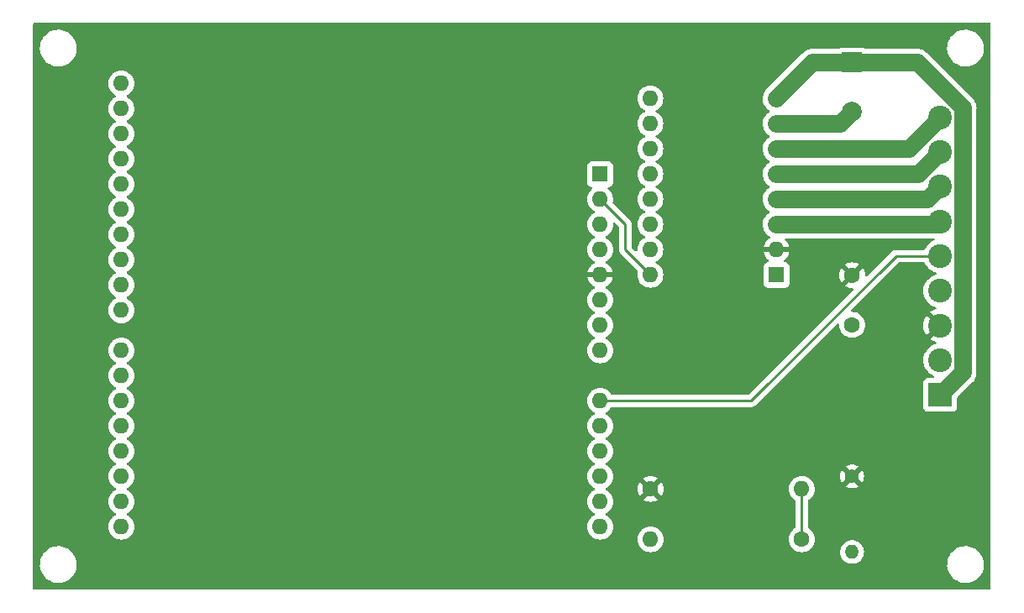
<source format=gtl>
G04 #@! TF.GenerationSoftware,KiCad,Pcbnew,(7.0.0)*
G04 #@! TF.CreationDate,2023-03-04T18:09:34-06:00*
G04 #@! TF.ProjectId,417 Schematic,34313720-5363-4686-956d-617469632e6b,rev?*
G04 #@! TF.SameCoordinates,Original*
G04 #@! TF.FileFunction,Copper,L1,Top*
G04 #@! TF.FilePolarity,Positive*
%FSLAX46Y46*%
G04 Gerber Fmt 4.6, Leading zero omitted, Abs format (unit mm)*
G04 Created by KiCad (PCBNEW (7.0.0)) date 2023-03-04 18:09:34*
%MOMM*%
%LPD*%
G01*
G04 APERTURE LIST*
G04 #@! TA.AperFunction,ComponentPad*
%ADD10R,1.600000X1.600000*%
G04 #@! TD*
G04 #@! TA.AperFunction,ComponentPad*
%ADD11O,1.600000X1.600000*%
G04 #@! TD*
G04 #@! TA.AperFunction,ComponentPad*
%ADD12C,1.600000*%
G04 #@! TD*
G04 #@! TA.AperFunction,ComponentPad*
%ADD13O,1.400000X1.400000*%
G04 #@! TD*
G04 #@! TA.AperFunction,ComponentPad*
%ADD14C,1.400000*%
G04 #@! TD*
G04 #@! TA.AperFunction,ComponentPad*
%ADD15C,2.400000*%
G04 #@! TD*
G04 #@! TA.AperFunction,ComponentPad*
%ADD16R,2.400000X2.400000*%
G04 #@! TD*
G04 #@! TA.AperFunction,ComponentPad*
%ADD17C,2.000000*%
G04 #@! TD*
G04 #@! TA.AperFunction,ComponentPad*
%ADD18R,2.000000X2.000000*%
G04 #@! TD*
G04 #@! TA.AperFunction,Conductor*
%ADD19C,0.250000*%
G04 #@! TD*
G04 #@! TA.AperFunction,Conductor*
%ADD20C,1.750000*%
G04 #@! TD*
G04 APERTURE END LIST*
D10*
X146049999Y-60959999D03*
D11*
X146049999Y-63499999D03*
X146049999Y-66039999D03*
X146049999Y-68579999D03*
X146049999Y-71119999D03*
X146049999Y-73659999D03*
X146049999Y-76199999D03*
X146049999Y-78739999D03*
X146049999Y-83819999D03*
X146049999Y-86359999D03*
X146049999Y-88899999D03*
X146049999Y-91439999D03*
X146049999Y-93979999D03*
X146049999Y-96519999D03*
X97789999Y-96519999D03*
X97789999Y-93979999D03*
X97789999Y-91439999D03*
X97789999Y-88899999D03*
X97789999Y-86359999D03*
X97789999Y-83819999D03*
X97789999Y-81279999D03*
X97789999Y-78739999D03*
X97789999Y-74679999D03*
X97789999Y-72139999D03*
X97789999Y-69599999D03*
X97789999Y-67059999D03*
X97789999Y-64519999D03*
X97789999Y-61979999D03*
X97789999Y-59439999D03*
X97789999Y-56899999D03*
X97789999Y-54359999D03*
X97789999Y-51819999D03*
X151129999Y-97789999D03*
D12*
X166370000Y-97790000D03*
D11*
X166369999Y-92709999D03*
D12*
X151130000Y-92710000D03*
D13*
X171449999Y-99059999D03*
D14*
X171450000Y-91440000D03*
D10*
X163819999Y-71119999D03*
D11*
X163819999Y-68579999D03*
X163819999Y-66039999D03*
X163819999Y-63499999D03*
X163819999Y-60959999D03*
X163819999Y-58419999D03*
X163819999Y-55879999D03*
X163819999Y-53339999D03*
X151119999Y-53339999D03*
X151119999Y-55879999D03*
X151119999Y-58419999D03*
X151119999Y-60959999D03*
X151119999Y-63499999D03*
X151119999Y-66039999D03*
X151119999Y-68579999D03*
X151119999Y-71119999D03*
D15*
X180340000Y-55230000D03*
X180340000Y-58730000D03*
X180340000Y-62230000D03*
X180340000Y-65730000D03*
X180340000Y-69230000D03*
X180340000Y-72730000D03*
X180340000Y-76230000D03*
X180340000Y-79730000D03*
D16*
X180339999Y-83229999D03*
D17*
X171450000Y-54702300D03*
D18*
X171449999Y-49702299D03*
D12*
X171450000Y-76160000D03*
X171450000Y-71160000D03*
D19*
X175880000Y-69230000D02*
X180340000Y-69230000D01*
X161290000Y-83820000D02*
X175880000Y-69230000D01*
X146050000Y-83820000D02*
X161290000Y-83820000D01*
D20*
X167457700Y-49702300D02*
X163820000Y-53340000D01*
X171450000Y-49702300D02*
X167457700Y-49702300D01*
X178029636Y-49702300D02*
X171450000Y-49702300D01*
X182615000Y-54287664D02*
X178029636Y-49702300D01*
X182615000Y-80955000D02*
X182615000Y-54287664D01*
X180340000Y-83230000D02*
X182615000Y-80955000D01*
D19*
X148590000Y-66040000D02*
X146050000Y-63500000D01*
X148590000Y-68590000D02*
X148590000Y-66040000D01*
X151120000Y-71120000D02*
X148590000Y-68590000D01*
X166370000Y-92710000D02*
X166370000Y-97790000D01*
D20*
X177150000Y-58420000D02*
X180340000Y-55230000D01*
X163820000Y-58420000D02*
X177150000Y-58420000D01*
X178110000Y-60960000D02*
X180340000Y-58730000D01*
X163820000Y-60960000D02*
X178110000Y-60960000D01*
X179070000Y-63500000D02*
X180340000Y-62230000D01*
X163820000Y-63500000D02*
X179070000Y-63500000D01*
X180030000Y-66040000D02*
X180340000Y-65730000D01*
X163820000Y-66040000D02*
X180030000Y-66040000D01*
X170272000Y-55880000D02*
X171450000Y-54702300D01*
X163820000Y-55880000D02*
X170272000Y-55880000D01*
G04 #@! TA.AperFunction,Conductor*
G36*
X185357500Y-45737113D02*
G01*
X185402887Y-45782500D01*
X185419500Y-45844500D01*
X185419500Y-102745500D01*
X185402887Y-102807500D01*
X185357500Y-102852887D01*
X185295500Y-102869500D01*
X89024500Y-102869500D01*
X88962500Y-102852887D01*
X88917113Y-102807500D01*
X88900500Y-102745500D01*
X88900500Y-100397765D01*
X89585788Y-100397765D01*
X89586282Y-100402262D01*
X89586283Y-100402267D01*
X89614917Y-100662506D01*
X89614918Y-100662513D01*
X89615414Y-100667018D01*
X89616559Y-100671398D01*
X89616561Y-100671408D01*
X89648830Y-100794838D01*
X89683928Y-100929088D01*
X89685693Y-100933242D01*
X89685696Y-100933250D01*
X89788099Y-101174223D01*
X89789870Y-101178390D01*
X89792226Y-101182251D01*
X89792229Y-101182256D01*
X89928618Y-101405737D01*
X89930982Y-101409610D01*
X90104255Y-101617820D01*
X90107630Y-101620844D01*
X90107631Y-101620845D01*
X90212330Y-101714656D01*
X90305998Y-101798582D01*
X90531910Y-101948044D01*
X90777176Y-102063020D01*
X91036569Y-102141060D01*
X91304561Y-102180500D01*
X91505369Y-102180500D01*
X91507631Y-102180500D01*
X91710156Y-102165677D01*
X91974553Y-102106780D01*
X92227558Y-102010014D01*
X92463777Y-101877441D01*
X92678177Y-101711888D01*
X92866186Y-101516881D01*
X93023799Y-101296579D01*
X93147656Y-101055675D01*
X93235118Y-100799305D01*
X93284319Y-100532933D01*
X93289259Y-100397765D01*
X181025788Y-100397765D01*
X181026282Y-100402262D01*
X181026283Y-100402267D01*
X181054917Y-100662506D01*
X181054918Y-100662513D01*
X181055414Y-100667018D01*
X181056559Y-100671398D01*
X181056561Y-100671408D01*
X181088830Y-100794838D01*
X181123928Y-100929088D01*
X181125693Y-100933242D01*
X181125696Y-100933250D01*
X181228099Y-101174223D01*
X181229870Y-101178390D01*
X181232226Y-101182251D01*
X181232229Y-101182256D01*
X181368618Y-101405737D01*
X181370982Y-101409610D01*
X181544255Y-101617820D01*
X181547630Y-101620844D01*
X181547631Y-101620845D01*
X181652330Y-101714656D01*
X181745998Y-101798582D01*
X181971910Y-101948044D01*
X182217176Y-102063020D01*
X182476569Y-102141060D01*
X182744561Y-102180500D01*
X182945369Y-102180500D01*
X182947631Y-102180500D01*
X183150156Y-102165677D01*
X183414553Y-102106780D01*
X183667558Y-102010014D01*
X183903777Y-101877441D01*
X184118177Y-101711888D01*
X184306186Y-101516881D01*
X184463799Y-101296579D01*
X184587656Y-101055675D01*
X184675118Y-100799305D01*
X184724319Y-100532933D01*
X184734212Y-100262235D01*
X184704586Y-99992982D01*
X184636072Y-99730912D01*
X184530130Y-99481610D01*
X184389018Y-99250390D01*
X184215745Y-99042180D01*
X184187351Y-99016739D01*
X184017382Y-98864446D01*
X184017378Y-98864442D01*
X184014002Y-98861418D01*
X183788090Y-98711956D01*
X183783996Y-98710036D01*
X183783991Y-98710034D01*
X183546929Y-98598904D01*
X183546925Y-98598902D01*
X183542824Y-98596980D01*
X183538477Y-98595672D01*
X183538474Y-98595671D01*
X183287772Y-98520246D01*
X183287771Y-98520245D01*
X183283431Y-98518940D01*
X183278957Y-98518281D01*
X183278950Y-98518280D01*
X183019913Y-98480158D01*
X183019907Y-98480157D01*
X183015439Y-98479500D01*
X182812369Y-98479500D01*
X182810120Y-98479664D01*
X182810109Y-98479665D01*
X182614363Y-98493992D01*
X182614359Y-98493992D01*
X182609844Y-98494323D01*
X182605426Y-98495307D01*
X182605420Y-98495308D01*
X182349877Y-98552232D01*
X182349861Y-98552236D01*
X182345447Y-98553220D01*
X182341216Y-98554838D01*
X182341210Y-98554840D01*
X182096673Y-98648367D01*
X182096663Y-98648371D01*
X182092442Y-98649986D01*
X182088494Y-98652201D01*
X182088489Y-98652204D01*
X181860176Y-98780340D01*
X181860171Y-98780343D01*
X181856223Y-98782559D01*
X181852639Y-98785325D01*
X181852635Y-98785329D01*
X181645407Y-98945343D01*
X181645394Y-98945354D01*
X181641823Y-98948112D01*
X181638685Y-98951366D01*
X181638678Y-98951373D01*
X181456958Y-99139857D01*
X181456952Y-99139864D01*
X181453814Y-99143119D01*
X181451189Y-99146787D01*
X181451179Y-99146800D01*
X181298834Y-99359740D01*
X181298830Y-99359745D01*
X181296201Y-99363421D01*
X181294132Y-99367444D01*
X181294129Y-99367450D01*
X181174416Y-99600293D01*
X181174411Y-99600304D01*
X181172344Y-99604325D01*
X181170884Y-99608602D01*
X181170879Y-99608616D01*
X181086348Y-99856395D01*
X181086344Y-99856407D01*
X181084882Y-99860695D01*
X181084057Y-99865159D01*
X181084057Y-99865161D01*
X181036504Y-100122606D01*
X181036502Y-100122619D01*
X181035681Y-100127067D01*
X181035515Y-100131593D01*
X181035515Y-100131599D01*
X181030576Y-100266762D01*
X181025788Y-100397765D01*
X93289259Y-100397765D01*
X93294212Y-100262235D01*
X93264586Y-99992982D01*
X93196072Y-99730912D01*
X93090130Y-99481610D01*
X92949018Y-99250390D01*
X92775745Y-99042180D01*
X92747351Y-99016739D01*
X92577382Y-98864446D01*
X92577378Y-98864442D01*
X92574002Y-98861418D01*
X92348090Y-98711956D01*
X92343996Y-98710036D01*
X92343991Y-98710034D01*
X92106929Y-98598904D01*
X92106925Y-98598902D01*
X92102824Y-98596980D01*
X92098477Y-98595672D01*
X92098474Y-98595671D01*
X91847772Y-98520246D01*
X91847771Y-98520245D01*
X91843431Y-98518940D01*
X91838957Y-98518281D01*
X91838950Y-98518280D01*
X91579913Y-98480158D01*
X91579907Y-98480157D01*
X91575439Y-98479500D01*
X91372369Y-98479500D01*
X91370120Y-98479664D01*
X91370109Y-98479665D01*
X91174363Y-98493992D01*
X91174359Y-98493992D01*
X91169844Y-98494323D01*
X91165426Y-98495307D01*
X91165420Y-98495308D01*
X90909877Y-98552232D01*
X90909861Y-98552236D01*
X90905447Y-98553220D01*
X90901216Y-98554838D01*
X90901210Y-98554840D01*
X90656673Y-98648367D01*
X90656663Y-98648371D01*
X90652442Y-98649986D01*
X90648494Y-98652201D01*
X90648489Y-98652204D01*
X90420176Y-98780340D01*
X90420171Y-98780343D01*
X90416223Y-98782559D01*
X90412639Y-98785325D01*
X90412635Y-98785329D01*
X90205407Y-98945343D01*
X90205394Y-98945354D01*
X90201823Y-98948112D01*
X90198685Y-98951366D01*
X90198678Y-98951373D01*
X90016958Y-99139857D01*
X90016952Y-99139864D01*
X90013814Y-99143119D01*
X90011189Y-99146787D01*
X90011179Y-99146800D01*
X89858834Y-99359740D01*
X89858830Y-99359745D01*
X89856201Y-99363421D01*
X89854132Y-99367444D01*
X89854129Y-99367450D01*
X89734416Y-99600293D01*
X89734411Y-99600304D01*
X89732344Y-99604325D01*
X89730884Y-99608602D01*
X89730879Y-99608616D01*
X89646348Y-99856395D01*
X89646344Y-99856407D01*
X89644882Y-99860695D01*
X89644057Y-99865159D01*
X89644057Y-99865161D01*
X89596504Y-100122606D01*
X89596502Y-100122619D01*
X89595681Y-100127067D01*
X89595515Y-100131593D01*
X89595515Y-100131599D01*
X89590576Y-100266762D01*
X89585788Y-100397765D01*
X88900500Y-100397765D01*
X88900500Y-96520000D01*
X96484532Y-96520000D01*
X96485004Y-96525395D01*
X96498301Y-96677387D01*
X96504365Y-96746692D01*
X96505762Y-96751907D01*
X96505764Y-96751916D01*
X96561858Y-96961263D01*
X96561861Y-96961271D01*
X96563261Y-96966496D01*
X96659432Y-97172734D01*
X96789953Y-97359139D01*
X96950861Y-97520047D01*
X97137266Y-97650568D01*
X97343504Y-97746739D01*
X97348734Y-97748140D01*
X97348736Y-97748141D01*
X97558083Y-97804235D01*
X97563308Y-97805635D01*
X97790000Y-97825468D01*
X98016692Y-97805635D01*
X98236496Y-97746739D01*
X98442734Y-97650568D01*
X98629139Y-97520047D01*
X98790047Y-97359139D01*
X98920568Y-97172734D01*
X99016739Y-96966496D01*
X99075635Y-96746692D01*
X99095468Y-96520000D01*
X144744532Y-96520000D01*
X144745004Y-96525395D01*
X144758301Y-96677387D01*
X144764365Y-96746692D01*
X144765762Y-96751907D01*
X144765764Y-96751916D01*
X144821858Y-96961263D01*
X144821861Y-96961271D01*
X144823261Y-96966496D01*
X144919432Y-97172734D01*
X145049953Y-97359139D01*
X145210861Y-97520047D01*
X145397266Y-97650568D01*
X145603504Y-97746739D01*
X145608734Y-97748140D01*
X145608736Y-97748141D01*
X145818083Y-97804235D01*
X145823308Y-97805635D01*
X146050000Y-97825468D01*
X146276692Y-97805635D01*
X146335043Y-97790000D01*
X149824532Y-97790000D01*
X149825004Y-97795395D01*
X149841484Y-97983771D01*
X149844365Y-98016692D01*
X149845762Y-98021907D01*
X149845764Y-98021916D01*
X149901858Y-98231263D01*
X149901861Y-98231271D01*
X149903261Y-98236496D01*
X149999432Y-98442734D01*
X150002539Y-98447171D01*
X150002540Y-98447173D01*
X150053706Y-98520246D01*
X150129953Y-98629139D01*
X150290861Y-98790047D01*
X150477266Y-98920568D01*
X150683504Y-99016739D01*
X150688734Y-99018140D01*
X150688736Y-99018141D01*
X150823651Y-99054291D01*
X150903308Y-99075635D01*
X151130000Y-99095468D01*
X151356692Y-99075635D01*
X151576496Y-99016739D01*
X151782734Y-98920568D01*
X151969139Y-98790047D01*
X152130047Y-98629139D01*
X152260568Y-98442734D01*
X152356739Y-98236496D01*
X152415635Y-98016692D01*
X152435468Y-97790000D01*
X165064532Y-97790000D01*
X165065004Y-97795395D01*
X165081484Y-97983771D01*
X165084365Y-98016692D01*
X165085762Y-98021907D01*
X165085764Y-98021916D01*
X165141858Y-98231263D01*
X165141861Y-98231271D01*
X165143261Y-98236496D01*
X165239432Y-98442734D01*
X165242539Y-98447171D01*
X165242540Y-98447173D01*
X165293706Y-98520246D01*
X165369953Y-98629139D01*
X165530861Y-98790047D01*
X165717266Y-98920568D01*
X165923504Y-99016739D01*
X165928734Y-99018140D01*
X165928736Y-99018141D01*
X166063651Y-99054291D01*
X166143308Y-99075635D01*
X166370000Y-99095468D01*
X166596692Y-99075635D01*
X166655043Y-99060000D01*
X170244357Y-99060000D01*
X170264885Y-99281536D01*
X170266454Y-99287050D01*
X170324201Y-99490013D01*
X170324204Y-99490021D01*
X170325771Y-99495528D01*
X170328323Y-99500653D01*
X170328325Y-99500658D01*
X170422387Y-99689559D01*
X170422389Y-99689563D01*
X170424942Y-99694689D01*
X170428391Y-99699256D01*
X170428394Y-99699261D01*
X170555561Y-99867658D01*
X170555566Y-99867663D01*
X170559019Y-99872236D01*
X170563255Y-99876097D01*
X170563259Y-99876102D01*
X170675603Y-99978517D01*
X170723438Y-100022124D01*
X170912599Y-100139247D01*
X171120060Y-100219618D01*
X171338757Y-100260500D01*
X171555514Y-100260500D01*
X171561243Y-100260500D01*
X171779940Y-100219618D01*
X171987401Y-100139247D01*
X172176562Y-100022124D01*
X172340981Y-99872236D01*
X172475058Y-99694689D01*
X172574229Y-99495528D01*
X172635115Y-99281536D01*
X172655643Y-99060000D01*
X172635115Y-98838464D01*
X172574229Y-98624472D01*
X172475058Y-98425311D01*
X172471605Y-98420738D01*
X172344438Y-98252341D01*
X172344434Y-98252337D01*
X172340981Y-98247764D01*
X172336744Y-98243901D01*
X172336740Y-98243897D01*
X172180796Y-98101736D01*
X172180797Y-98101736D01*
X172176562Y-98097876D01*
X172171692Y-98094861D01*
X172171690Y-98094859D01*
X171992275Y-97983771D01*
X171992276Y-97983771D01*
X171987401Y-97980753D01*
X171779940Y-97900382D01*
X171774302Y-97899328D01*
X171566872Y-97860552D01*
X171566869Y-97860551D01*
X171561243Y-97859500D01*
X171338757Y-97859500D01*
X171333131Y-97860551D01*
X171333127Y-97860552D01*
X171125697Y-97899328D01*
X171125694Y-97899328D01*
X171120060Y-97900382D01*
X171114717Y-97902451D01*
X171114713Y-97902453D01*
X170917941Y-97978683D01*
X170917936Y-97978685D01*
X170912599Y-97980753D01*
X170907727Y-97983769D01*
X170907724Y-97983771D01*
X170728309Y-98094859D01*
X170728301Y-98094864D01*
X170723438Y-98097876D01*
X170719207Y-98101732D01*
X170719203Y-98101736D01*
X170563259Y-98243897D01*
X170563249Y-98243907D01*
X170559019Y-98247764D01*
X170555570Y-98252330D01*
X170555561Y-98252341D01*
X170428394Y-98420738D01*
X170428387Y-98420748D01*
X170424942Y-98425311D01*
X170422392Y-98430431D01*
X170422387Y-98430440D01*
X170328325Y-98619341D01*
X170328321Y-98619349D01*
X170325771Y-98624472D01*
X170324205Y-98629975D01*
X170324201Y-98629986D01*
X170277777Y-98793152D01*
X170264885Y-98838464D01*
X170244357Y-99060000D01*
X166655043Y-99060000D01*
X166816496Y-99016739D01*
X167022734Y-98920568D01*
X167209139Y-98790047D01*
X167370047Y-98629139D01*
X167500568Y-98442734D01*
X167596739Y-98236496D01*
X167655635Y-98016692D01*
X167675468Y-97790000D01*
X167655635Y-97563308D01*
X167596739Y-97343504D01*
X167500568Y-97137266D01*
X167370047Y-96950861D01*
X167209139Y-96789953D01*
X167048377Y-96677387D01*
X167009511Y-96633069D01*
X166995500Y-96575812D01*
X166995500Y-93924188D01*
X167009511Y-93866931D01*
X167048377Y-93822613D01*
X167085222Y-93796814D01*
X167209139Y-93710047D01*
X167370047Y-93549139D01*
X167500568Y-93362734D01*
X167596739Y-93156496D01*
X167655635Y-92936692D01*
X167675468Y-92710000D01*
X167655635Y-92483308D01*
X167645750Y-92446417D01*
X170800658Y-92446417D01*
X170808595Y-92454263D01*
X170907951Y-92515782D01*
X170918163Y-92520867D01*
X171114851Y-92597064D01*
X171125834Y-92600189D01*
X171333173Y-92638947D01*
X171344533Y-92640000D01*
X171555467Y-92640000D01*
X171566826Y-92638947D01*
X171774165Y-92600189D01*
X171785148Y-92597064D01*
X171981830Y-92520869D01*
X171992055Y-92515777D01*
X172091402Y-92454263D01*
X172099340Y-92446417D01*
X172093410Y-92436963D01*
X171461542Y-91805095D01*
X171450000Y-91798431D01*
X171438457Y-91805095D01*
X170806588Y-92436963D01*
X170800658Y-92446417D01*
X167645750Y-92446417D01*
X167596739Y-92263504D01*
X167500568Y-92057266D01*
X167370047Y-91870861D01*
X167209139Y-91709953D01*
X167085219Y-91623184D01*
X167027173Y-91582540D01*
X167027171Y-91582539D01*
X167022734Y-91579432D01*
X166816496Y-91483261D01*
X166811271Y-91481861D01*
X166811263Y-91481858D01*
X166676352Y-91445709D01*
X170245388Y-91445709D01*
X170264850Y-91655736D01*
X170266948Y-91666958D01*
X170324670Y-91869832D01*
X170328793Y-91880477D01*
X170422813Y-92069295D01*
X170428822Y-92079000D01*
X170430419Y-92081113D01*
X170441549Y-92089385D01*
X170453713Y-92082732D01*
X171084904Y-91451542D01*
X171091568Y-91440000D01*
X171808431Y-91440000D01*
X171815095Y-91451542D01*
X172446285Y-92082732D01*
X172458450Y-92089386D01*
X172469578Y-92081116D01*
X172471177Y-92078999D01*
X172477186Y-92069295D01*
X172571206Y-91880477D01*
X172575329Y-91869832D01*
X172633051Y-91666958D01*
X172635149Y-91655736D01*
X172654612Y-91445709D01*
X172654612Y-91434291D01*
X172635149Y-91224263D01*
X172633051Y-91213041D01*
X172575329Y-91010167D01*
X172571206Y-90999522D01*
X172477186Y-90810704D01*
X172471179Y-90801002D01*
X172469579Y-90798884D01*
X172458449Y-90790613D01*
X172446285Y-90797266D01*
X171815095Y-91428457D01*
X171808431Y-91440000D01*
X171091568Y-91440000D01*
X171084904Y-91428457D01*
X170453715Y-90797268D01*
X170441548Y-90790613D01*
X170430420Y-90798884D01*
X170428821Y-90801001D01*
X170422814Y-90810703D01*
X170328793Y-90999522D01*
X170324670Y-91010167D01*
X170266948Y-91213041D01*
X170264850Y-91224263D01*
X170245388Y-91434291D01*
X170245388Y-91445709D01*
X166676352Y-91445709D01*
X166601916Y-91425764D01*
X166601907Y-91425762D01*
X166596692Y-91424365D01*
X166591304Y-91423893D01*
X166591301Y-91423893D01*
X166375395Y-91405004D01*
X166370000Y-91404532D01*
X166364605Y-91405004D01*
X166148698Y-91423893D01*
X166148693Y-91423893D01*
X166143308Y-91424365D01*
X166138094Y-91425762D01*
X166138083Y-91425764D01*
X165928736Y-91481858D01*
X165928724Y-91481862D01*
X165923504Y-91483261D01*
X165918599Y-91485547D01*
X165918594Y-91485550D01*
X165722176Y-91577142D01*
X165722172Y-91577144D01*
X165717266Y-91579432D01*
X165712833Y-91582535D01*
X165712826Y-91582540D01*
X165535296Y-91706847D01*
X165535291Y-91706850D01*
X165530861Y-91709953D01*
X165527037Y-91713776D01*
X165527031Y-91713782D01*
X165373782Y-91867031D01*
X165373776Y-91867037D01*
X165369953Y-91870861D01*
X165366850Y-91875291D01*
X165366847Y-91875296D01*
X165242540Y-92052826D01*
X165242535Y-92052833D01*
X165239432Y-92057266D01*
X165237144Y-92062172D01*
X165237142Y-92062176D01*
X165145550Y-92258594D01*
X165145547Y-92258599D01*
X165143261Y-92263504D01*
X165141862Y-92268724D01*
X165141858Y-92268736D01*
X165085764Y-92478083D01*
X165085762Y-92478094D01*
X165084365Y-92483308D01*
X165083893Y-92488693D01*
X165083893Y-92488698D01*
X165074364Y-92597618D01*
X165064532Y-92710000D01*
X165065004Y-92715395D01*
X165077002Y-92852540D01*
X165084365Y-92936692D01*
X165085762Y-92941907D01*
X165085764Y-92941916D01*
X165141858Y-93151263D01*
X165141861Y-93151271D01*
X165143261Y-93156496D01*
X165239432Y-93362734D01*
X165369953Y-93549139D01*
X165530861Y-93710047D01*
X165629487Y-93779105D01*
X165691623Y-93822613D01*
X165730489Y-93866931D01*
X165744500Y-93924188D01*
X165744500Y-96575812D01*
X165730489Y-96633069D01*
X165691623Y-96677387D01*
X165535296Y-96786847D01*
X165535291Y-96786850D01*
X165530861Y-96789953D01*
X165527037Y-96793776D01*
X165527031Y-96793782D01*
X165373782Y-96947031D01*
X165373776Y-96947037D01*
X165369953Y-96950861D01*
X165366850Y-96955291D01*
X165366847Y-96955296D01*
X165242540Y-97132826D01*
X165242535Y-97132833D01*
X165239432Y-97137266D01*
X165237144Y-97142172D01*
X165237142Y-97142176D01*
X165145550Y-97338594D01*
X165145547Y-97338599D01*
X165143261Y-97343504D01*
X165141862Y-97348724D01*
X165141858Y-97348736D01*
X165085764Y-97558083D01*
X165085762Y-97558094D01*
X165084365Y-97563308D01*
X165083893Y-97568693D01*
X165083893Y-97568698D01*
X165076530Y-97652857D01*
X165064532Y-97790000D01*
X152435468Y-97790000D01*
X152415635Y-97563308D01*
X152356739Y-97343504D01*
X152260568Y-97137266D01*
X152130047Y-96950861D01*
X151969139Y-96789953D01*
X151782734Y-96659432D01*
X151576496Y-96563261D01*
X151571271Y-96561861D01*
X151571263Y-96561858D01*
X151361916Y-96505764D01*
X151361907Y-96505762D01*
X151356692Y-96504365D01*
X151351304Y-96503893D01*
X151351301Y-96503893D01*
X151135395Y-96485004D01*
X151130000Y-96484532D01*
X151124605Y-96485004D01*
X150908698Y-96503893D01*
X150908693Y-96503893D01*
X150903308Y-96504365D01*
X150898094Y-96505762D01*
X150898083Y-96505764D01*
X150688736Y-96561858D01*
X150688724Y-96561862D01*
X150683504Y-96563261D01*
X150678599Y-96565547D01*
X150678594Y-96565550D01*
X150482176Y-96657142D01*
X150482172Y-96657144D01*
X150477266Y-96659432D01*
X150472833Y-96662535D01*
X150472826Y-96662540D01*
X150295296Y-96786847D01*
X150295291Y-96786850D01*
X150290861Y-96789953D01*
X150287037Y-96793776D01*
X150287031Y-96793782D01*
X150133782Y-96947031D01*
X150133776Y-96947037D01*
X150129953Y-96950861D01*
X150126850Y-96955291D01*
X150126847Y-96955296D01*
X150002540Y-97132826D01*
X150002535Y-97132833D01*
X149999432Y-97137266D01*
X149997144Y-97142172D01*
X149997142Y-97142176D01*
X149905550Y-97338594D01*
X149905547Y-97338599D01*
X149903261Y-97343504D01*
X149901862Y-97348724D01*
X149901858Y-97348736D01*
X149845764Y-97558083D01*
X149845762Y-97558094D01*
X149844365Y-97563308D01*
X149843893Y-97568693D01*
X149843893Y-97568698D01*
X149836530Y-97652857D01*
X149824532Y-97790000D01*
X146335043Y-97790000D01*
X146496496Y-97746739D01*
X146702734Y-97650568D01*
X146889139Y-97520047D01*
X147050047Y-97359139D01*
X147180568Y-97172734D01*
X147276739Y-96966496D01*
X147335635Y-96746692D01*
X147355468Y-96520000D01*
X147335635Y-96293308D01*
X147276739Y-96073504D01*
X147180568Y-95867266D01*
X147050047Y-95680861D01*
X146889139Y-95519953D01*
X146702734Y-95389432D01*
X146644724Y-95362381D01*
X146592549Y-95316625D01*
X146573130Y-95250000D01*
X146592549Y-95183375D01*
X146644725Y-95137618D01*
X146702734Y-95110568D01*
X146889139Y-94980047D01*
X147050047Y-94819139D01*
X147180568Y-94632734D01*
X147276739Y-94426496D01*
X147335635Y-94206692D01*
X147355468Y-93980000D01*
X147338732Y-93788703D01*
X150408217Y-93788703D01*
X150415650Y-93796814D01*
X150473077Y-93837025D01*
X150482427Y-93842423D01*
X150678768Y-93933979D01*
X150688902Y-93937667D01*
X150898162Y-93993739D01*
X150908793Y-93995613D01*
X151124605Y-94014494D01*
X151135395Y-94014494D01*
X151351206Y-93995613D01*
X151361837Y-93993739D01*
X151571097Y-93937667D01*
X151581231Y-93933979D01*
X151777575Y-93842422D01*
X151786920Y-93837026D01*
X151844348Y-93796814D01*
X151851780Y-93788703D01*
X151845867Y-93779421D01*
X151141542Y-93075095D01*
X151130000Y-93068431D01*
X151118457Y-93075095D01*
X150414128Y-93779424D01*
X150408217Y-93788703D01*
X147338732Y-93788703D01*
X147335635Y-93753308D01*
X147276739Y-93533504D01*
X147180568Y-93327266D01*
X147050047Y-93140861D01*
X146889139Y-92979953D01*
X146702734Y-92849432D01*
X146644724Y-92822381D01*
X146592549Y-92776625D01*
X146574702Y-92715395D01*
X149825506Y-92715395D01*
X149844386Y-92931206D01*
X149846260Y-92941837D01*
X149902332Y-93151097D01*
X149906020Y-93161231D01*
X149997576Y-93357572D01*
X150002974Y-93366922D01*
X150043184Y-93424348D01*
X150051295Y-93431781D01*
X150060574Y-93425870D01*
X150764903Y-92721542D01*
X150771567Y-92710000D01*
X151488431Y-92710000D01*
X151495095Y-92721542D01*
X152199421Y-93425867D01*
X152208703Y-93431780D01*
X152216814Y-93424348D01*
X152257026Y-93366920D01*
X152262422Y-93357575D01*
X152353979Y-93161231D01*
X152357667Y-93151097D01*
X152413739Y-92941837D01*
X152415613Y-92931206D01*
X152434494Y-92715395D01*
X152434494Y-92704605D01*
X152415613Y-92488793D01*
X152413739Y-92478162D01*
X152357667Y-92268902D01*
X152353979Y-92258768D01*
X152262423Y-92062427D01*
X152257025Y-92053077D01*
X152216814Y-91995650D01*
X152208703Y-91988217D01*
X152199424Y-91994128D01*
X151495095Y-92698457D01*
X151488431Y-92710000D01*
X150771567Y-92710000D01*
X150764903Y-92698457D01*
X150060574Y-91994128D01*
X150051296Y-91988217D01*
X150043183Y-91995651D01*
X150002971Y-92053081D01*
X149997577Y-92062425D01*
X149906020Y-92258768D01*
X149902332Y-92268902D01*
X149846260Y-92478162D01*
X149844386Y-92488793D01*
X149825506Y-92704605D01*
X149825506Y-92715395D01*
X146574702Y-92715395D01*
X146573130Y-92710000D01*
X146592549Y-92643375D01*
X146644725Y-92597618D01*
X146702734Y-92570568D01*
X146889139Y-92440047D01*
X147050047Y-92279139D01*
X147180568Y-92092734D01*
X147276739Y-91886496D01*
X147335635Y-91666692D01*
X147338732Y-91631296D01*
X150408217Y-91631296D01*
X150414128Y-91640574D01*
X151118457Y-92344903D01*
X151129999Y-92351567D01*
X151141542Y-92344903D01*
X151845870Y-91640574D01*
X151851781Y-91631295D01*
X151844348Y-91623184D01*
X151786922Y-91582974D01*
X151777572Y-91577576D01*
X151581231Y-91486020D01*
X151571097Y-91482332D01*
X151361837Y-91426260D01*
X151351206Y-91424386D01*
X151135395Y-91405506D01*
X151124605Y-91405506D01*
X150908793Y-91424386D01*
X150898162Y-91426260D01*
X150688902Y-91482332D01*
X150678768Y-91486020D01*
X150482425Y-91577577D01*
X150473081Y-91582971D01*
X150415651Y-91623183D01*
X150408217Y-91631296D01*
X147338732Y-91631296D01*
X147355468Y-91440000D01*
X147335635Y-91213308D01*
X147276739Y-90993504D01*
X147180568Y-90787266D01*
X147050047Y-90600861D01*
X146889139Y-90439953D01*
X146880039Y-90433581D01*
X170800659Y-90433581D01*
X170806589Y-90443036D01*
X171438457Y-91074904D01*
X171450000Y-91081568D01*
X171461542Y-91074904D01*
X172093409Y-90443036D01*
X172099339Y-90433581D01*
X172091403Y-90425736D01*
X171992049Y-90364218D01*
X171981836Y-90359132D01*
X171785148Y-90282935D01*
X171774165Y-90279810D01*
X171566826Y-90241052D01*
X171555467Y-90240000D01*
X171344533Y-90240000D01*
X171333173Y-90241052D01*
X171125834Y-90279810D01*
X171114851Y-90282935D01*
X170918163Y-90359132D01*
X170907950Y-90364218D01*
X170808594Y-90425736D01*
X170800659Y-90433581D01*
X146880039Y-90433581D01*
X146702734Y-90309432D01*
X146644724Y-90282381D01*
X146592549Y-90236625D01*
X146573130Y-90170000D01*
X146592549Y-90103375D01*
X146644725Y-90057618D01*
X146702734Y-90030568D01*
X146889139Y-89900047D01*
X147050047Y-89739139D01*
X147180568Y-89552734D01*
X147276739Y-89346496D01*
X147335635Y-89126692D01*
X147355468Y-88900000D01*
X147335635Y-88673308D01*
X147276739Y-88453504D01*
X147180568Y-88247266D01*
X147050047Y-88060861D01*
X146889139Y-87899953D01*
X146702734Y-87769432D01*
X146644724Y-87742381D01*
X146592549Y-87696625D01*
X146573130Y-87630000D01*
X146592549Y-87563375D01*
X146644725Y-87517618D01*
X146702734Y-87490568D01*
X146889139Y-87360047D01*
X147050047Y-87199139D01*
X147180568Y-87012734D01*
X147276739Y-86806496D01*
X147335635Y-86586692D01*
X147355468Y-86360000D01*
X147335635Y-86133308D01*
X147276739Y-85913504D01*
X147180568Y-85707266D01*
X147050047Y-85520861D01*
X146889139Y-85359953D01*
X146702734Y-85229432D01*
X146644724Y-85202381D01*
X146592549Y-85156625D01*
X146573130Y-85090000D01*
X146592549Y-85023375D01*
X146644725Y-84977618D01*
X146702734Y-84950568D01*
X146889139Y-84820047D01*
X147050047Y-84659139D01*
X147162612Y-84498377D01*
X147206931Y-84459511D01*
X147264188Y-84445500D01*
X161212225Y-84445500D01*
X161223280Y-84446021D01*
X161230667Y-84447673D01*
X161297872Y-84445561D01*
X161301768Y-84445500D01*
X161325448Y-84445500D01*
X161329350Y-84445500D01*
X161333313Y-84444999D01*
X161344963Y-84444080D01*
X161388627Y-84442709D01*
X161407861Y-84437119D01*
X161426917Y-84433174D01*
X161446792Y-84430664D01*
X161487395Y-84414587D01*
X161498450Y-84410802D01*
X161540390Y-84398618D01*
X161557629Y-84388422D01*
X161575103Y-84379862D01*
X161586474Y-84375360D01*
X161586476Y-84375358D01*
X161593732Y-84372486D01*
X161629069Y-84346811D01*
X161638824Y-84340403D01*
X161676420Y-84318170D01*
X161690584Y-84304005D01*
X161705379Y-84291368D01*
X161721587Y-84279594D01*
X161749428Y-84245938D01*
X161757279Y-84237309D01*
X169933348Y-76061241D01*
X169984726Y-76030357D01*
X170044591Y-76027184D01*
X170098949Y-76052466D01*
X170135093Y-76100293D01*
X170142927Y-76149193D01*
X170145004Y-76149193D01*
X170145004Y-76154605D01*
X170144532Y-76160000D01*
X170145004Y-76165395D01*
X170148503Y-76205395D01*
X170164365Y-76386692D01*
X170165762Y-76391907D01*
X170165764Y-76391916D01*
X170221858Y-76601263D01*
X170221861Y-76601271D01*
X170223261Y-76606496D01*
X170225549Y-76611403D01*
X170225550Y-76611405D01*
X170279900Y-76727957D01*
X170319432Y-76812734D01*
X170449953Y-76999139D01*
X170610861Y-77160047D01*
X170797266Y-77290568D01*
X171003504Y-77386739D01*
X171008734Y-77388140D01*
X171008736Y-77388141D01*
X171152787Y-77426739D01*
X171223308Y-77445635D01*
X171450000Y-77465468D01*
X171676692Y-77445635D01*
X171896496Y-77386739D01*
X172102734Y-77290568D01*
X172289139Y-77160047D01*
X172450047Y-76999139D01*
X172580568Y-76812734D01*
X172676739Y-76606496D01*
X172735635Y-76386692D01*
X172748939Y-76234630D01*
X178635580Y-76234630D01*
X178653927Y-76479453D01*
X178655306Y-76488606D01*
X178709936Y-76727957D01*
X178712669Y-76736817D01*
X178802360Y-76965346D01*
X178806379Y-76973692D01*
X178929135Y-77186310D01*
X178934347Y-77193955D01*
X178962537Y-77229305D01*
X178973773Y-77237278D01*
X178985832Y-77230613D01*
X179974904Y-76241542D01*
X179981568Y-76230000D01*
X179974904Y-76218457D01*
X178985832Y-75229385D01*
X178973773Y-75222721D01*
X178962538Y-75230693D01*
X178934343Y-75266048D01*
X178929137Y-75273685D01*
X178806379Y-75486307D01*
X178802360Y-75494653D01*
X178712669Y-75723182D01*
X178709936Y-75732042D01*
X178655306Y-75971393D01*
X178653927Y-75980546D01*
X178635580Y-76225370D01*
X178635580Y-76234630D01*
X172748939Y-76234630D01*
X172755468Y-76160000D01*
X172735635Y-75933308D01*
X172701914Y-75807459D01*
X172678141Y-75718736D01*
X172678140Y-75718734D01*
X172676739Y-75713504D01*
X172580568Y-75507266D01*
X172450047Y-75320861D01*
X172289139Y-75159953D01*
X172164299Y-75072540D01*
X172107173Y-75032540D01*
X172107171Y-75032539D01*
X172102734Y-75029432D01*
X171896496Y-74933261D01*
X171891271Y-74931861D01*
X171891263Y-74931858D01*
X171681916Y-74875764D01*
X171681907Y-74875762D01*
X171676692Y-74874365D01*
X171671304Y-74873893D01*
X171671301Y-74873893D01*
X171455395Y-74855004D01*
X171450000Y-74854532D01*
X171444605Y-74855004D01*
X171439193Y-74855004D01*
X171439193Y-74852927D01*
X171390293Y-74845093D01*
X171342466Y-74808949D01*
X171317184Y-74754591D01*
X171320357Y-74694726D01*
X171351241Y-74643348D01*
X176102771Y-69891819D01*
X176143000Y-69864939D01*
X176190453Y-69855500D01*
X178674172Y-69855500D01*
X178722338Y-69865237D01*
X178762940Y-69892919D01*
X178789598Y-69934195D01*
X178803607Y-69969888D01*
X178805925Y-69973903D01*
X178805928Y-69973909D01*
X178878399Y-70099434D01*
X178931041Y-70190612D01*
X179089950Y-70389877D01*
X179276783Y-70563232D01*
X179487366Y-70706805D01*
X179716996Y-70817389D01*
X179721424Y-70818754D01*
X179721427Y-70818756D01*
X179860029Y-70861509D01*
X179913106Y-70894308D01*
X179943491Y-70948803D01*
X179943491Y-71011197D01*
X179913106Y-71065692D01*
X179860029Y-71098491D01*
X179721427Y-71141243D01*
X179721412Y-71141248D01*
X179716996Y-71142611D01*
X179712827Y-71144618D01*
X179712816Y-71144623D01*
X179491551Y-71251179D01*
X179491544Y-71251182D01*
X179487366Y-71253195D01*
X179483533Y-71255808D01*
X179483530Y-71255810D01*
X179358138Y-71341301D01*
X179276783Y-71396768D01*
X179273391Y-71399914D01*
X179273385Y-71399920D01*
X179093859Y-71566496D01*
X179089950Y-71570123D01*
X179087060Y-71573745D01*
X179087057Y-71573750D01*
X178987384Y-71698736D01*
X178931041Y-71769388D01*
X178928722Y-71773403D01*
X178928721Y-71773406D01*
X178805928Y-71986091D01*
X178805925Y-71986096D01*
X178803607Y-71990112D01*
X178801913Y-71994426D01*
X178801911Y-71994432D01*
X178712189Y-72223038D01*
X178710492Y-72227363D01*
X178709459Y-72231884D01*
X178709458Y-72231891D01*
X178654809Y-72471323D01*
X178654807Y-72471331D01*
X178653778Y-72475843D01*
X178653431Y-72480462D01*
X178653431Y-72480468D01*
X178649762Y-72529432D01*
X178634732Y-72730000D01*
X178635079Y-72734630D01*
X178653069Y-72974703D01*
X178653778Y-72984157D01*
X178654808Y-72988670D01*
X178654809Y-72988676D01*
X178705004Y-73208594D01*
X178710492Y-73232637D01*
X178712188Y-73236960D01*
X178712189Y-73236961D01*
X178787199Y-73428083D01*
X178803607Y-73469888D01*
X178931041Y-73690612D01*
X179089950Y-73889877D01*
X179276783Y-74063232D01*
X179487366Y-74206805D01*
X179716996Y-74317389D01*
X179721424Y-74318754D01*
X179721427Y-74318756D01*
X179860876Y-74361770D01*
X179913952Y-74394569D01*
X179944337Y-74449064D01*
X179944338Y-74511458D01*
X179913953Y-74565953D01*
X179860876Y-74598752D01*
X179721609Y-74641710D01*
X179712999Y-74645089D01*
X179491808Y-74751609D01*
X179483775Y-74756247D01*
X179338116Y-74855555D01*
X179330568Y-74863613D01*
X179336484Y-74872931D01*
X180605871Y-76142318D01*
X180637965Y-76197905D01*
X180637965Y-76262093D01*
X180605871Y-76317680D01*
X179336486Y-77587065D01*
X179330569Y-77596385D01*
X179338116Y-77604444D01*
X179483780Y-77703756D01*
X179491800Y-77708386D01*
X179712999Y-77814910D01*
X179721612Y-77818290D01*
X179860875Y-77861247D01*
X179913952Y-77894046D01*
X179944337Y-77948541D01*
X179944338Y-78010934D01*
X179913953Y-78065429D01*
X179860876Y-78098229D01*
X179721428Y-78141243D01*
X179721417Y-78141247D01*
X179716996Y-78142611D01*
X179712827Y-78144618D01*
X179712816Y-78144623D01*
X179491551Y-78251179D01*
X179491544Y-78251182D01*
X179487366Y-78253195D01*
X179483533Y-78255808D01*
X179483530Y-78255810D01*
X179280611Y-78394158D01*
X179276783Y-78396768D01*
X179273391Y-78399914D01*
X179273385Y-78399920D01*
X179156813Y-78508083D01*
X179089950Y-78570123D01*
X179087060Y-78573745D01*
X179087057Y-78573750D01*
X178933933Y-78765761D01*
X178931041Y-78769388D01*
X178928722Y-78773403D01*
X178928721Y-78773406D01*
X178805928Y-78986091D01*
X178805925Y-78986096D01*
X178803607Y-78990112D01*
X178801913Y-78994426D01*
X178801911Y-78994432D01*
X178712189Y-79223038D01*
X178710492Y-79227363D01*
X178709459Y-79231884D01*
X178709458Y-79231891D01*
X178654809Y-79471323D01*
X178654807Y-79471331D01*
X178653778Y-79475843D01*
X178653431Y-79480462D01*
X178653431Y-79480468D01*
X178646037Y-79579139D01*
X178634732Y-79730000D01*
X178635079Y-79734630D01*
X178652577Y-79968141D01*
X178653778Y-79984157D01*
X178654808Y-79988670D01*
X178654809Y-79988676D01*
X178690977Y-80147138D01*
X178710492Y-80232637D01*
X178803607Y-80469888D01*
X178931041Y-80690612D01*
X179089950Y-80889877D01*
X179276783Y-81063232D01*
X179487366Y-81206805D01*
X179491553Y-81208821D01*
X179491556Y-81208823D01*
X179667971Y-81293780D01*
X179717657Y-81337189D01*
X179738045Y-81399937D01*
X179723364Y-81464260D01*
X179677770Y-81511948D01*
X179614170Y-81529500D01*
X179095439Y-81529500D01*
X179095420Y-81529500D01*
X179092128Y-81529501D01*
X179088850Y-81529853D01*
X179088838Y-81529854D01*
X179040231Y-81535079D01*
X179040225Y-81535080D01*
X179032517Y-81535909D01*
X179025252Y-81538618D01*
X179025246Y-81538620D01*
X178905980Y-81583104D01*
X178905978Y-81583104D01*
X178897669Y-81586204D01*
X178890572Y-81591516D01*
X178890568Y-81591519D01*
X178789550Y-81667141D01*
X178789546Y-81667144D01*
X178782454Y-81672454D01*
X178777144Y-81679546D01*
X178777141Y-81679550D01*
X178701519Y-81780568D01*
X178701516Y-81780572D01*
X178696204Y-81787669D01*
X178693104Y-81795978D01*
X178693104Y-81795980D01*
X178648620Y-81915247D01*
X178648619Y-81915250D01*
X178645909Y-81922517D01*
X178645079Y-81930227D01*
X178645079Y-81930232D01*
X178639855Y-81978819D01*
X178639854Y-81978831D01*
X178639500Y-81982127D01*
X178639500Y-81985448D01*
X178639500Y-81985449D01*
X178639500Y-84474560D01*
X178639500Y-84474578D01*
X178639501Y-84477872D01*
X178639853Y-84481150D01*
X178639854Y-84481161D01*
X178645079Y-84529768D01*
X178645080Y-84529773D01*
X178645909Y-84537483D01*
X178648619Y-84544749D01*
X178648620Y-84544753D01*
X178682217Y-84634831D01*
X178696204Y-84672331D01*
X178782454Y-84787546D01*
X178897669Y-84873796D01*
X179032517Y-84924091D01*
X179092127Y-84930500D01*
X181587872Y-84930499D01*
X181647483Y-84924091D01*
X181782331Y-84873796D01*
X181897546Y-84787546D01*
X181983796Y-84672331D01*
X182034091Y-84537483D01*
X182040500Y-84477873D01*
X182040499Y-83526111D01*
X182049938Y-83478659D01*
X182076816Y-83438433D01*
X183553859Y-81961389D01*
X183559583Y-81956017D01*
X183611641Y-81910203D01*
X183675277Y-81831389D01*
X183676809Y-81829533D01*
X183742070Y-81752132D01*
X183744834Y-81747420D01*
X183755310Y-81732271D01*
X183758735Y-81728030D01*
X183808089Y-81639679D01*
X183809321Y-81637527D01*
X183860574Y-81550191D01*
X183862504Y-81545074D01*
X183870265Y-81528381D01*
X183872926Y-81523619D01*
X183906630Y-81428225D01*
X183907518Y-81425795D01*
X183943245Y-81331126D01*
X183944279Y-81325772D01*
X183949116Y-81307979D01*
X183950929Y-81302849D01*
X183968046Y-81203015D01*
X183968471Y-81200684D01*
X183987705Y-81101241D01*
X183987820Y-81095795D01*
X183989579Y-81077439D01*
X183990500Y-81072072D01*
X183990500Y-80970907D01*
X183990528Y-80968275D01*
X183992192Y-80889877D01*
X183992675Y-80867150D01*
X183991891Y-80861915D01*
X183991867Y-80861748D01*
X183990500Y-80843389D01*
X183990500Y-54335425D01*
X183990751Y-54327534D01*
X183990764Y-54327328D01*
X183995162Y-54258363D01*
X183984439Y-54157719D01*
X183984192Y-54155134D01*
X183975616Y-54054363D01*
X183974240Y-54049082D01*
X183970936Y-54030962D01*
X183970916Y-54030779D01*
X183970358Y-54025536D01*
X183968921Y-54020462D01*
X183968920Y-54020456D01*
X183942793Y-53928194D01*
X183942102Y-53925652D01*
X183916617Y-53827774D01*
X183914371Y-53822806D01*
X183908044Y-53805485D01*
X183907994Y-53805309D01*
X183906562Y-53800250D01*
X183904294Y-53795504D01*
X183904290Y-53795493D01*
X183862947Y-53708975D01*
X183861836Y-53706587D01*
X183822338Y-53619206D01*
X183820172Y-53614414D01*
X183817225Y-53610055D01*
X183817223Y-53610050D01*
X183817115Y-53609890D01*
X183807965Y-53593913D01*
X183805611Y-53588986D01*
X183747176Y-53506363D01*
X183745712Y-53504246D01*
X183689057Y-53420423D01*
X183685413Y-53416621D01*
X183685285Y-53416487D01*
X183673552Y-53402266D01*
X183670408Y-53397821D01*
X183598886Y-53326299D01*
X183597044Y-53324418D01*
X183530689Y-53255184D01*
X183530688Y-53255183D01*
X183527044Y-53251381D01*
X183522646Y-53248128D01*
X183508704Y-53236117D01*
X179036033Y-48763446D01*
X179030630Y-48757688D01*
X178988315Y-48709608D01*
X178988312Y-48709605D01*
X178984839Y-48705659D01*
X178906139Y-48642113D01*
X178904110Y-48640439D01*
X178889645Y-48628243D01*
X178826768Y-48575230D01*
X178822228Y-48572565D01*
X178822223Y-48572562D01*
X178822040Y-48572455D01*
X178806915Y-48561996D01*
X178802666Y-48558565D01*
X178791911Y-48552557D01*
X178714392Y-48509252D01*
X178712108Y-48507944D01*
X178629369Y-48459391D01*
X178629365Y-48459389D01*
X178624827Y-48456726D01*
X178619904Y-48454868D01*
X178619902Y-48454867D01*
X178619700Y-48454791D01*
X178603027Y-48447039D01*
X178602860Y-48446945D01*
X178602847Y-48446939D01*
X178598255Y-48444374D01*
X178593297Y-48442622D01*
X178593290Y-48442619D01*
X178502874Y-48410673D01*
X178500403Y-48409770D01*
X178410686Y-48375913D01*
X178410683Y-48375912D01*
X178405762Y-48374055D01*
X178400599Y-48373056D01*
X178400594Y-48373055D01*
X178400445Y-48373026D01*
X178400391Y-48373016D01*
X178382637Y-48368191D01*
X178377485Y-48366371D01*
X178372300Y-48365482D01*
X178372293Y-48365480D01*
X178277783Y-48349274D01*
X178275197Y-48348802D01*
X178181050Y-48330595D01*
X178181044Y-48330594D01*
X178175877Y-48329595D01*
X178170618Y-48329483D01*
X178170606Y-48329482D01*
X178170391Y-48329478D01*
X178152515Y-48327765D01*
X181025788Y-48327765D01*
X181026282Y-48332262D01*
X181026283Y-48332267D01*
X181054917Y-48592506D01*
X181054918Y-48592513D01*
X181055414Y-48597018D01*
X181056559Y-48601398D01*
X181056561Y-48601408D01*
X181098924Y-48763446D01*
X181123928Y-48859088D01*
X181125693Y-48863242D01*
X181125696Y-48863250D01*
X181228099Y-49104223D01*
X181229870Y-49108390D01*
X181232226Y-49112251D01*
X181232229Y-49112256D01*
X181368618Y-49335737D01*
X181370982Y-49339610D01*
X181544255Y-49547820D01*
X181547630Y-49550844D01*
X181547631Y-49550845D01*
X181652330Y-49644656D01*
X181745998Y-49728582D01*
X181971910Y-49878044D01*
X182217176Y-49993020D01*
X182476569Y-50071060D01*
X182744561Y-50110500D01*
X182945369Y-50110500D01*
X182947631Y-50110500D01*
X183150156Y-50095677D01*
X183414553Y-50036780D01*
X183667558Y-49940014D01*
X183903777Y-49807441D01*
X184118177Y-49641888D01*
X184306186Y-49446881D01*
X184463799Y-49226579D01*
X184587656Y-48985675D01*
X184675118Y-48729305D01*
X184724319Y-48462933D01*
X184734212Y-48192235D01*
X184704586Y-47922982D01*
X184636072Y-47660912D01*
X184530130Y-47411610D01*
X184389018Y-47180390D01*
X184215745Y-46972180D01*
X184110759Y-46878112D01*
X184017382Y-46794446D01*
X184017378Y-46794442D01*
X184014002Y-46791418D01*
X183788090Y-46641956D01*
X183783996Y-46640036D01*
X183783991Y-46640034D01*
X183546929Y-46528904D01*
X183546925Y-46528902D01*
X183542824Y-46526980D01*
X183538477Y-46525672D01*
X183538474Y-46525671D01*
X183287772Y-46450246D01*
X183287771Y-46450245D01*
X183283431Y-46448940D01*
X183278957Y-46448281D01*
X183278950Y-46448280D01*
X183019913Y-46410158D01*
X183019907Y-46410157D01*
X183015439Y-46409500D01*
X182812369Y-46409500D01*
X182810120Y-46409664D01*
X182810109Y-46409665D01*
X182614363Y-46423992D01*
X182614359Y-46423992D01*
X182609844Y-46424323D01*
X182605426Y-46425307D01*
X182605420Y-46425308D01*
X182349877Y-46482232D01*
X182349861Y-46482236D01*
X182345447Y-46483220D01*
X182341216Y-46484838D01*
X182341210Y-46484840D01*
X182096673Y-46578367D01*
X182096663Y-46578371D01*
X182092442Y-46579986D01*
X182088494Y-46582201D01*
X182088489Y-46582204D01*
X181860176Y-46710340D01*
X181860171Y-46710343D01*
X181856223Y-46712559D01*
X181852639Y-46715325D01*
X181852635Y-46715329D01*
X181645407Y-46875343D01*
X181645394Y-46875354D01*
X181641823Y-46878112D01*
X181638685Y-46881366D01*
X181638678Y-46881373D01*
X181456958Y-47069857D01*
X181456952Y-47069864D01*
X181453814Y-47073119D01*
X181451189Y-47076787D01*
X181451179Y-47076800D01*
X181298834Y-47289740D01*
X181298830Y-47289745D01*
X181296201Y-47293421D01*
X181294132Y-47297444D01*
X181294129Y-47297450D01*
X181174416Y-47530293D01*
X181174411Y-47530304D01*
X181172344Y-47534325D01*
X181170884Y-47538602D01*
X181170879Y-47538616D01*
X181086348Y-47786395D01*
X181086344Y-47786407D01*
X181084882Y-47790695D01*
X181084057Y-47795159D01*
X181084057Y-47795161D01*
X181036504Y-48052606D01*
X181036502Y-48052619D01*
X181035681Y-48057067D01*
X181035515Y-48061593D01*
X181035515Y-48061599D01*
X181025994Y-48322138D01*
X181025788Y-48327765D01*
X178152515Y-48327765D01*
X178152108Y-48327726D01*
X178151900Y-48327690D01*
X178151897Y-48327689D01*
X178146708Y-48326800D01*
X178141441Y-48326800D01*
X178045543Y-48326800D01*
X178042911Y-48326772D01*
X177947054Y-48324736D01*
X177947044Y-48324736D01*
X177941786Y-48324625D01*
X177936579Y-48325404D01*
X177936569Y-48325405D01*
X177936384Y-48325433D01*
X177918025Y-48326800D01*
X172824835Y-48326800D01*
X172785676Y-48320454D01*
X172750524Y-48302067D01*
X172699431Y-48263819D01*
X172699430Y-48263818D01*
X172692331Y-48258504D01*
X172557483Y-48208209D01*
X172549770Y-48207379D01*
X172549767Y-48207379D01*
X172501180Y-48202155D01*
X172501169Y-48202154D01*
X172497873Y-48201800D01*
X172494550Y-48201800D01*
X170405439Y-48201800D01*
X170405420Y-48201800D01*
X170402128Y-48201801D01*
X170398850Y-48202153D01*
X170398838Y-48202154D01*
X170350231Y-48207379D01*
X170350225Y-48207380D01*
X170342517Y-48208209D01*
X170335252Y-48210918D01*
X170335246Y-48210920D01*
X170215980Y-48255404D01*
X170215978Y-48255404D01*
X170207669Y-48258504D01*
X170200571Y-48263816D01*
X170200568Y-48263819D01*
X170149476Y-48302067D01*
X170114324Y-48320454D01*
X170075165Y-48326800D01*
X167505461Y-48326800D01*
X167497570Y-48326549D01*
X167433652Y-48322473D01*
X167428399Y-48322138D01*
X167423162Y-48322695D01*
X167423157Y-48322696D01*
X167327807Y-48332853D01*
X167325191Y-48333104D01*
X167229648Y-48341237D01*
X167229645Y-48341237D01*
X167224399Y-48341684D01*
X167219305Y-48343009D01*
X167219294Y-48343012D01*
X167219096Y-48343064D01*
X167201023Y-48346360D01*
X167200824Y-48346381D01*
X167200808Y-48346383D01*
X167195572Y-48346942D01*
X167190506Y-48348376D01*
X167190498Y-48348378D01*
X167098237Y-48374503D01*
X167095701Y-48375192D01*
X167002908Y-48399354D01*
X167002891Y-48399359D01*
X166997810Y-48400683D01*
X166993024Y-48402845D01*
X166993010Y-48402851D01*
X166992815Y-48402940D01*
X166975563Y-48409242D01*
X166975363Y-48409298D01*
X166975348Y-48409303D01*
X166970287Y-48410737D01*
X166965544Y-48413003D01*
X166965537Y-48413006D01*
X166879012Y-48454351D01*
X166876629Y-48455458D01*
X166789250Y-48494957D01*
X166789238Y-48494963D01*
X166784450Y-48497128D01*
X166780090Y-48500074D01*
X166780082Y-48500079D01*
X166779902Y-48500201D01*
X166763973Y-48509323D01*
X166763775Y-48509417D01*
X166763769Y-48509419D01*
X166759022Y-48511689D01*
X166754729Y-48514724D01*
X166754719Y-48514731D01*
X166676400Y-48570121D01*
X166674240Y-48571615D01*
X166594824Y-48625292D01*
X166594818Y-48625296D01*
X166590459Y-48628243D01*
X166586659Y-48631884D01*
X166586649Y-48631893D01*
X166586504Y-48632033D01*
X166572332Y-48643726D01*
X166572161Y-48643846D01*
X166572146Y-48643858D01*
X166567857Y-48646892D01*
X166564142Y-48650606D01*
X166564130Y-48650617D01*
X166496309Y-48718437D01*
X166494431Y-48720277D01*
X166480526Y-48733604D01*
X166421417Y-48790256D01*
X166418292Y-48794480D01*
X166418276Y-48794499D01*
X166418156Y-48794663D01*
X166406155Y-48808592D01*
X162807927Y-52406821D01*
X162807915Y-52406833D01*
X162806060Y-52408689D01*
X162804372Y-52410690D01*
X162804361Y-52410703D01*
X162696324Y-52538842D01*
X162692930Y-52542868D01*
X162690271Y-52547398D01*
X162690264Y-52547409D01*
X162605312Y-52692176D01*
X162574426Y-52744809D01*
X162572569Y-52749729D01*
X162572566Y-52749736D01*
X162493613Y-52958949D01*
X162493611Y-52958955D01*
X162491755Y-52963874D01*
X162490755Y-52969039D01*
X162490755Y-52969043D01*
X162448294Y-53188589D01*
X162448292Y-53188599D01*
X162447295Y-53193759D01*
X162447183Y-53199020D01*
X162447183Y-53199023D01*
X162442436Y-53422582D01*
X162442436Y-53422591D01*
X162442325Y-53427850D01*
X162443103Y-53433051D01*
X162443104Y-53433057D01*
X162476209Y-53654207D01*
X162476989Y-53659415D01*
X162478636Y-53664411D01*
X162478638Y-53664420D01*
X162548638Y-53876787D01*
X162548640Y-53876793D01*
X162550288Y-53881791D01*
X162552754Y-53886435D01*
X162552757Y-53886441D01*
X162657643Y-54083928D01*
X162660114Y-54088580D01*
X162803309Y-54273833D01*
X162975752Y-54432223D01*
X163038714Y-54472858D01*
X163089107Y-54505381D01*
X163130440Y-54549668D01*
X163145860Y-54608251D01*
X163131687Y-54667147D01*
X163091304Y-54712302D01*
X162957126Y-54802991D01*
X162957122Y-54802993D01*
X162952759Y-54805943D01*
X162948959Y-54809584D01*
X162948954Y-54809589D01*
X162787520Y-54964310D01*
X162787513Y-54964317D01*
X162783717Y-54967956D01*
X162780589Y-54972185D01*
X162780584Y-54972191D01*
X162647620Y-55151970D01*
X162647613Y-55151981D01*
X162644487Y-55156208D01*
X162642115Y-55160911D01*
X162642114Y-55160914D01*
X162543644Y-55356217D01*
X162539074Y-55365282D01*
X162537533Y-55370312D01*
X162537532Y-55370316D01*
X162472052Y-55584128D01*
X162472049Y-55584138D01*
X162470511Y-55589163D01*
X162469842Y-55594381D01*
X162469842Y-55594385D01*
X162462966Y-55648083D01*
X162440771Y-55821411D01*
X162440994Y-55826665D01*
X162440994Y-55826670D01*
X162446775Y-55962774D01*
X162450708Y-56055345D01*
X162451816Y-56060490D01*
X162451817Y-56060491D01*
X162492070Y-56247266D01*
X162500038Y-56284234D01*
X162502002Y-56289122D01*
X162502004Y-56289128D01*
X162566083Y-56448594D01*
X162587340Y-56501494D01*
X162590098Y-56505973D01*
X162707346Y-56696397D01*
X162707350Y-56696403D01*
X162710104Y-56700875D01*
X162864797Y-56876641D01*
X163046970Y-57023735D01*
X163070456Y-57036855D01*
X163080573Y-57042507D01*
X163125689Y-57085746D01*
X163143988Y-57145497D01*
X163130823Y-57206586D01*
X163089537Y-57253496D01*
X162957126Y-57342991D01*
X162957122Y-57342993D01*
X162952759Y-57345943D01*
X162948959Y-57349584D01*
X162948954Y-57349589D01*
X162787520Y-57504310D01*
X162787513Y-57504317D01*
X162783717Y-57507956D01*
X162780589Y-57512185D01*
X162780584Y-57512191D01*
X162647620Y-57691970D01*
X162647613Y-57691981D01*
X162644487Y-57696208D01*
X162642115Y-57700911D01*
X162642114Y-57700914D01*
X162543644Y-57896217D01*
X162539074Y-57905282D01*
X162537533Y-57910312D01*
X162537532Y-57910316D01*
X162472052Y-58124128D01*
X162472049Y-58124138D01*
X162470511Y-58129163D01*
X162469842Y-58134381D01*
X162469842Y-58134385D01*
X162462966Y-58188083D01*
X162440771Y-58361411D01*
X162440994Y-58366665D01*
X162440994Y-58366670D01*
X162443259Y-58420000D01*
X162450708Y-58595345D01*
X162451816Y-58600490D01*
X162451817Y-58600491D01*
X162492070Y-58787266D01*
X162500038Y-58824234D01*
X162502002Y-58829122D01*
X162502004Y-58829128D01*
X162566083Y-58988594D01*
X162587340Y-59041494D01*
X162590098Y-59045973D01*
X162707346Y-59236397D01*
X162707350Y-59236403D01*
X162710104Y-59240875D01*
X162864797Y-59416641D01*
X163046970Y-59563735D01*
X163070456Y-59576855D01*
X163080573Y-59582507D01*
X163125689Y-59625746D01*
X163143988Y-59685497D01*
X163130823Y-59746586D01*
X163089537Y-59793496D01*
X162957126Y-59882991D01*
X162957122Y-59882993D01*
X162952759Y-59885943D01*
X162948959Y-59889584D01*
X162948954Y-59889589D01*
X162787520Y-60044310D01*
X162787513Y-60044317D01*
X162783717Y-60047956D01*
X162780589Y-60052185D01*
X162780584Y-60052191D01*
X162647620Y-60231970D01*
X162647613Y-60231981D01*
X162644487Y-60236208D01*
X162642115Y-60240911D01*
X162642114Y-60240914D01*
X162557025Y-60409678D01*
X162539074Y-60445282D01*
X162537533Y-60450312D01*
X162537532Y-60450316D01*
X162472052Y-60664128D01*
X162472049Y-60664138D01*
X162470511Y-60669163D01*
X162469842Y-60674381D01*
X162469842Y-60674385D01*
X162462966Y-60728083D01*
X162440771Y-60901411D01*
X162440994Y-60906665D01*
X162440994Y-60906670D01*
X162443259Y-60960000D01*
X162450708Y-61135345D01*
X162451816Y-61140490D01*
X162451817Y-61140491D01*
X162492070Y-61327266D01*
X162500038Y-61364234D01*
X162502002Y-61369122D01*
X162502004Y-61369128D01*
X162566083Y-61528594D01*
X162587340Y-61581494D01*
X162590098Y-61585973D01*
X162707346Y-61776397D01*
X162707350Y-61776403D01*
X162710104Y-61780875D01*
X162864797Y-61956641D01*
X163046970Y-62103735D01*
X163058989Y-62110449D01*
X163080573Y-62122507D01*
X163125689Y-62165746D01*
X163143988Y-62225497D01*
X163130823Y-62286586D01*
X163089537Y-62333496D01*
X162957126Y-62422991D01*
X162957122Y-62422993D01*
X162952759Y-62425943D01*
X162948959Y-62429584D01*
X162948954Y-62429589D01*
X162787520Y-62584310D01*
X162787513Y-62584317D01*
X162783717Y-62587956D01*
X162780589Y-62592185D01*
X162780584Y-62592191D01*
X162647620Y-62771970D01*
X162647613Y-62771981D01*
X162644487Y-62776208D01*
X162642115Y-62780911D01*
X162642114Y-62780914D01*
X162543644Y-62976217D01*
X162539074Y-62985282D01*
X162537533Y-62990312D01*
X162537532Y-62990316D01*
X162472052Y-63204128D01*
X162472049Y-63204138D01*
X162470511Y-63209163D01*
X162469842Y-63214381D01*
X162469842Y-63214385D01*
X162456750Y-63316623D01*
X162440771Y-63441411D01*
X162440994Y-63446665D01*
X162440994Y-63446670D01*
X162443259Y-63500000D01*
X162450708Y-63675345D01*
X162451816Y-63680490D01*
X162451817Y-63680491D01*
X162497898Y-63894307D01*
X162500038Y-63904234D01*
X162502002Y-63909122D01*
X162502004Y-63909128D01*
X162543018Y-64011195D01*
X162587340Y-64121494D01*
X162590098Y-64125973D01*
X162707346Y-64316397D01*
X162707350Y-64316403D01*
X162710104Y-64320875D01*
X162864797Y-64496641D01*
X163046970Y-64643735D01*
X163070456Y-64656855D01*
X163080573Y-64662507D01*
X163125689Y-64705746D01*
X163143988Y-64765497D01*
X163130823Y-64826586D01*
X163089537Y-64873496D01*
X162957126Y-64962991D01*
X162957122Y-64962993D01*
X162952759Y-64965943D01*
X162948959Y-64969584D01*
X162948954Y-64969589D01*
X162787520Y-65124310D01*
X162787513Y-65124317D01*
X162783717Y-65127956D01*
X162780589Y-65132185D01*
X162780584Y-65132191D01*
X162647620Y-65311970D01*
X162647613Y-65311981D01*
X162644487Y-65316208D01*
X162642115Y-65320911D01*
X162642114Y-65320914D01*
X162543644Y-65516217D01*
X162539074Y-65525282D01*
X162537533Y-65530312D01*
X162537532Y-65530316D01*
X162472052Y-65744128D01*
X162472049Y-65744138D01*
X162470511Y-65749163D01*
X162469842Y-65754381D01*
X162469842Y-65754385D01*
X162450891Y-65902382D01*
X162440771Y-65981411D01*
X162440994Y-65986665D01*
X162440994Y-65986670D01*
X162446192Y-66109049D01*
X162450708Y-66215345D01*
X162451816Y-66220490D01*
X162451817Y-66220491D01*
X162492070Y-66407266D01*
X162500038Y-66444234D01*
X162502002Y-66449122D01*
X162502004Y-66449128D01*
X162566083Y-66608594D01*
X162587340Y-66661494D01*
X162590098Y-66665973D01*
X162707346Y-66856397D01*
X162707350Y-66856403D01*
X162710104Y-66860875D01*
X162864797Y-67036641D01*
X163046970Y-67183735D01*
X163152823Y-67242868D01*
X163197669Y-67285673D01*
X163216190Y-67344837D01*
X163203755Y-67405572D01*
X163163473Y-67452697D01*
X162985618Y-67577232D01*
X162977352Y-67584169D01*
X162824169Y-67737352D01*
X162817232Y-67745618D01*
X162692967Y-67923087D01*
X162687579Y-67932419D01*
X162596022Y-68128765D01*
X162592330Y-68138907D01*
X162544820Y-68316219D01*
X162544452Y-68327448D01*
X162555395Y-68330000D01*
X165084605Y-68330000D01*
X165095547Y-68327448D01*
X165095179Y-68316219D01*
X165047669Y-68138907D01*
X165043977Y-68128765D01*
X164952420Y-67932419D01*
X164947032Y-67923087D01*
X164822767Y-67745618D01*
X164815830Y-67737352D01*
X164705659Y-67627181D01*
X164675409Y-67577818D01*
X164670867Y-67520102D01*
X164693022Y-67466615D01*
X164737045Y-67429015D01*
X164793340Y-67415500D01*
X179645317Y-67415500D01*
X179708916Y-67433052D01*
X179754511Y-67480740D01*
X179769192Y-67545063D01*
X179748804Y-67607811D01*
X179699119Y-67651220D01*
X179491551Y-67751179D01*
X179491544Y-67751182D01*
X179487366Y-67753195D01*
X179483533Y-67755808D01*
X179483530Y-67755810D01*
X179280611Y-67894158D01*
X179276783Y-67896768D01*
X179273391Y-67899914D01*
X179273385Y-67899920D01*
X179104937Y-68056217D01*
X179089950Y-68070123D01*
X179087060Y-68073745D01*
X179087057Y-68073750D01*
X178972326Y-68217618D01*
X178931041Y-68269388D01*
X178928722Y-68273403D01*
X178928721Y-68273406D01*
X178805928Y-68486090D01*
X178805922Y-68486101D01*
X178803607Y-68490112D01*
X178789598Y-68525804D01*
X178762940Y-68567081D01*
X178722338Y-68594763D01*
X178674172Y-68604500D01*
X175957775Y-68604500D01*
X175946719Y-68603978D01*
X175939333Y-68602327D01*
X175931545Y-68602571D01*
X175931538Y-68602571D01*
X175872127Y-68604439D01*
X175868232Y-68604500D01*
X175840650Y-68604500D01*
X175836805Y-68604985D01*
X175836780Y-68604987D01*
X175836653Y-68605004D01*
X175825034Y-68605918D01*
X175789172Y-68607045D01*
X175789165Y-68607046D01*
X175781373Y-68607291D01*
X175773888Y-68609465D01*
X175773872Y-68609468D01*
X175762126Y-68612881D01*
X175743083Y-68616825D01*
X175730949Y-68618358D01*
X175730948Y-68618358D01*
X175723208Y-68619336D01*
X175715958Y-68622205D01*
X175715951Y-68622208D01*
X175682598Y-68635413D01*
X175671554Y-68639194D01*
X175637101Y-68649204D01*
X175637090Y-68649208D01*
X175629610Y-68651382D01*
X175622898Y-68655351D01*
X175622896Y-68655352D01*
X175612364Y-68661580D01*
X175594904Y-68670134D01*
X175583519Y-68674642D01*
X175583513Y-68674644D01*
X175576268Y-68677514D01*
X175569963Y-68682094D01*
X175569955Y-68682099D01*
X175540932Y-68703185D01*
X175531174Y-68709595D01*
X175500296Y-68727857D01*
X175500290Y-68727861D01*
X175493580Y-68731830D01*
X175488067Y-68737341D01*
X175488060Y-68737348D01*
X175479410Y-68745998D01*
X175464627Y-68758624D01*
X175454726Y-68765817D01*
X175454716Y-68765826D01*
X175448413Y-68770406D01*
X175443444Y-68776411D01*
X175443441Y-68776415D01*
X175420572Y-68804059D01*
X175412711Y-68812697D01*
X172966103Y-71259304D01*
X172914658Y-71290210D01*
X172854726Y-71293338D01*
X172800343Y-71267954D01*
X172764251Y-71220006D01*
X172756492Y-71170807D01*
X172754494Y-71170807D01*
X172754494Y-71154605D01*
X172735613Y-70938793D01*
X172733739Y-70928162D01*
X172677667Y-70718902D01*
X172673979Y-70708768D01*
X172582423Y-70512427D01*
X172577025Y-70503077D01*
X172536814Y-70445650D01*
X172528703Y-70438217D01*
X172519424Y-70444128D01*
X170734128Y-72229424D01*
X170728217Y-72238703D01*
X170735650Y-72246814D01*
X170793077Y-72287025D01*
X170802427Y-72292423D01*
X170998768Y-72383979D01*
X171008902Y-72387667D01*
X171218162Y-72443739D01*
X171228793Y-72445613D01*
X171444605Y-72464494D01*
X171460807Y-72464494D01*
X171460807Y-72466492D01*
X171510006Y-72474251D01*
X171557954Y-72510343D01*
X171583338Y-72564726D01*
X171580210Y-72624659D01*
X171549304Y-72676103D01*
X161067228Y-83158181D01*
X161027000Y-83185061D01*
X160979547Y-83194500D01*
X147264188Y-83194500D01*
X147206931Y-83180489D01*
X147162613Y-83141623D01*
X147053152Y-82985296D01*
X147050047Y-82980861D01*
X146889139Y-82819953D01*
X146702734Y-82689432D01*
X146496496Y-82593261D01*
X146491271Y-82591861D01*
X146491263Y-82591858D01*
X146281916Y-82535764D01*
X146281907Y-82535762D01*
X146276692Y-82534365D01*
X146271304Y-82533893D01*
X146271301Y-82533893D01*
X146055395Y-82515004D01*
X146050000Y-82514532D01*
X146044605Y-82515004D01*
X145828698Y-82533893D01*
X145828693Y-82533893D01*
X145823308Y-82534365D01*
X145818094Y-82535762D01*
X145818083Y-82535764D01*
X145608736Y-82591858D01*
X145608724Y-82591862D01*
X145603504Y-82593261D01*
X145598599Y-82595547D01*
X145598594Y-82595550D01*
X145402176Y-82687142D01*
X145402172Y-82687144D01*
X145397266Y-82689432D01*
X145392833Y-82692535D01*
X145392826Y-82692540D01*
X145215296Y-82816847D01*
X145215291Y-82816850D01*
X145210861Y-82819953D01*
X145207037Y-82823776D01*
X145207031Y-82823782D01*
X145053782Y-82977031D01*
X145053776Y-82977037D01*
X145049953Y-82980861D01*
X145046850Y-82985291D01*
X145046847Y-82985296D01*
X144922540Y-83162826D01*
X144922535Y-83162833D01*
X144919432Y-83167266D01*
X144917144Y-83172172D01*
X144917142Y-83172176D01*
X144825550Y-83368594D01*
X144825547Y-83368599D01*
X144823261Y-83373504D01*
X144821862Y-83378724D01*
X144821858Y-83378736D01*
X144765764Y-83588083D01*
X144765762Y-83588094D01*
X144764365Y-83593308D01*
X144744532Y-83820000D01*
X144764365Y-84046692D01*
X144765762Y-84051907D01*
X144765764Y-84051916D01*
X144821858Y-84261263D01*
X144821861Y-84261271D01*
X144823261Y-84266496D01*
X144825549Y-84271403D01*
X144825550Y-84271405D01*
X144844785Y-84312654D01*
X144919432Y-84472734D01*
X144922539Y-84477171D01*
X144922540Y-84477173D01*
X144959367Y-84529768D01*
X145049953Y-84659139D01*
X145210861Y-84820047D01*
X145397266Y-84950568D01*
X145402172Y-84952855D01*
X145402176Y-84952858D01*
X145455274Y-84977618D01*
X145507450Y-85023375D01*
X145526869Y-85090000D01*
X145507450Y-85156625D01*
X145455274Y-85202382D01*
X145402176Y-85227141D01*
X145402163Y-85227148D01*
X145397266Y-85229432D01*
X145392833Y-85232535D01*
X145392826Y-85232540D01*
X145215296Y-85356847D01*
X145215291Y-85356850D01*
X145210861Y-85359953D01*
X145207037Y-85363776D01*
X145207031Y-85363782D01*
X145053782Y-85517031D01*
X145053776Y-85517037D01*
X145049953Y-85520861D01*
X145046850Y-85525291D01*
X145046847Y-85525296D01*
X144922540Y-85702826D01*
X144922535Y-85702833D01*
X144919432Y-85707266D01*
X144917144Y-85712172D01*
X144917142Y-85712176D01*
X144825550Y-85908594D01*
X144825547Y-85908599D01*
X144823261Y-85913504D01*
X144821862Y-85918724D01*
X144821858Y-85918736D01*
X144765764Y-86128083D01*
X144765762Y-86128094D01*
X144764365Y-86133308D01*
X144744532Y-86360000D01*
X144764365Y-86586692D01*
X144765762Y-86591907D01*
X144765764Y-86591916D01*
X144821858Y-86801263D01*
X144821861Y-86801271D01*
X144823261Y-86806496D01*
X144919432Y-87012734D01*
X145049953Y-87199139D01*
X145210861Y-87360047D01*
X145397266Y-87490568D01*
X145402172Y-87492855D01*
X145402176Y-87492858D01*
X145455274Y-87517618D01*
X145507450Y-87563375D01*
X145526869Y-87630000D01*
X145507450Y-87696625D01*
X145455274Y-87742382D01*
X145402176Y-87767141D01*
X145402163Y-87767148D01*
X145397266Y-87769432D01*
X145392833Y-87772535D01*
X145392826Y-87772540D01*
X145215296Y-87896847D01*
X145215291Y-87896850D01*
X145210861Y-87899953D01*
X145207037Y-87903776D01*
X145207031Y-87903782D01*
X145053782Y-88057031D01*
X145053776Y-88057037D01*
X145049953Y-88060861D01*
X145046850Y-88065291D01*
X145046847Y-88065296D01*
X144922540Y-88242826D01*
X144922535Y-88242833D01*
X144919432Y-88247266D01*
X144917144Y-88252172D01*
X144917142Y-88252176D01*
X144825550Y-88448594D01*
X144825547Y-88448599D01*
X144823261Y-88453504D01*
X144821862Y-88458724D01*
X144821858Y-88458736D01*
X144765764Y-88668083D01*
X144765762Y-88668094D01*
X144764365Y-88673308D01*
X144744532Y-88900000D01*
X144764365Y-89126692D01*
X144765762Y-89131907D01*
X144765764Y-89131916D01*
X144821858Y-89341263D01*
X144821861Y-89341271D01*
X144823261Y-89346496D01*
X144919432Y-89552734D01*
X145049953Y-89739139D01*
X145210861Y-89900047D01*
X145397266Y-90030568D01*
X145402172Y-90032855D01*
X145402176Y-90032858D01*
X145455274Y-90057618D01*
X145507450Y-90103375D01*
X145526869Y-90170000D01*
X145507450Y-90236625D01*
X145455274Y-90282382D01*
X145402176Y-90307141D01*
X145402163Y-90307148D01*
X145397266Y-90309432D01*
X145392833Y-90312535D01*
X145392826Y-90312540D01*
X145215296Y-90436847D01*
X145215291Y-90436850D01*
X145210861Y-90439953D01*
X145207037Y-90443776D01*
X145207031Y-90443782D01*
X145053782Y-90597031D01*
X145053776Y-90597037D01*
X145049953Y-90600861D01*
X145046850Y-90605291D01*
X145046847Y-90605296D01*
X144922540Y-90782826D01*
X144922535Y-90782833D01*
X144919432Y-90787266D01*
X144917144Y-90792172D01*
X144917142Y-90792176D01*
X144825550Y-90988594D01*
X144825547Y-90988599D01*
X144823261Y-90993504D01*
X144821862Y-90998724D01*
X144821858Y-90998736D01*
X144765764Y-91208083D01*
X144765762Y-91208094D01*
X144764365Y-91213308D01*
X144763893Y-91218693D01*
X144763893Y-91218698D01*
X144747635Y-91404532D01*
X144744532Y-91440000D01*
X144745004Y-91445395D01*
X144760558Y-91623184D01*
X144764365Y-91666692D01*
X144765762Y-91671907D01*
X144765764Y-91671916D01*
X144821858Y-91881263D01*
X144821861Y-91881271D01*
X144823261Y-91886496D01*
X144919432Y-92092734D01*
X145049953Y-92279139D01*
X145210861Y-92440047D01*
X145397266Y-92570568D01*
X145402172Y-92572855D01*
X145402176Y-92572858D01*
X145455274Y-92597618D01*
X145507450Y-92643375D01*
X145526869Y-92710000D01*
X145507450Y-92776625D01*
X145455274Y-92822382D01*
X145402176Y-92847141D01*
X145402163Y-92847148D01*
X145397266Y-92849432D01*
X145392833Y-92852535D01*
X145392826Y-92852540D01*
X145215296Y-92976847D01*
X145215291Y-92976850D01*
X145210861Y-92979953D01*
X145207037Y-92983776D01*
X145207031Y-92983782D01*
X145053782Y-93137031D01*
X145053776Y-93137037D01*
X145049953Y-93140861D01*
X145046850Y-93145291D01*
X145046847Y-93145296D01*
X144922540Y-93322826D01*
X144922535Y-93322833D01*
X144919432Y-93327266D01*
X144917144Y-93332172D01*
X144917142Y-93332176D01*
X144825550Y-93528594D01*
X144825547Y-93528599D01*
X144823261Y-93533504D01*
X144821862Y-93538724D01*
X144821858Y-93538736D01*
X144765764Y-93748083D01*
X144765762Y-93748094D01*
X144764365Y-93753308D01*
X144763893Y-93758693D01*
X144763893Y-93758698D01*
X144754424Y-93866931D01*
X144744532Y-93980000D01*
X144764365Y-94206692D01*
X144765762Y-94211907D01*
X144765764Y-94211916D01*
X144821858Y-94421263D01*
X144821861Y-94421271D01*
X144823261Y-94426496D01*
X144919432Y-94632734D01*
X145049953Y-94819139D01*
X145210861Y-94980047D01*
X145397266Y-95110568D01*
X145402172Y-95112855D01*
X145402176Y-95112858D01*
X145455274Y-95137618D01*
X145507450Y-95183375D01*
X145526869Y-95250000D01*
X145507450Y-95316625D01*
X145455274Y-95362382D01*
X145402176Y-95387141D01*
X145402163Y-95387148D01*
X145397266Y-95389432D01*
X145392833Y-95392535D01*
X145392826Y-95392540D01*
X145215296Y-95516847D01*
X145215291Y-95516850D01*
X145210861Y-95519953D01*
X145207037Y-95523776D01*
X145207031Y-95523782D01*
X145053782Y-95677031D01*
X145053776Y-95677037D01*
X145049953Y-95680861D01*
X145046850Y-95685291D01*
X145046847Y-95685296D01*
X144922540Y-95862826D01*
X144922535Y-95862833D01*
X144919432Y-95867266D01*
X144917144Y-95872172D01*
X144917142Y-95872176D01*
X144825550Y-96068594D01*
X144825547Y-96068599D01*
X144823261Y-96073504D01*
X144821862Y-96078724D01*
X144821858Y-96078736D01*
X144765764Y-96288083D01*
X144765762Y-96288094D01*
X144764365Y-96293308D01*
X144744532Y-96520000D01*
X99095468Y-96520000D01*
X99075635Y-96293308D01*
X99016739Y-96073504D01*
X98920568Y-95867266D01*
X98790047Y-95680861D01*
X98629139Y-95519953D01*
X98442734Y-95389432D01*
X98384724Y-95362381D01*
X98332549Y-95316625D01*
X98313130Y-95250000D01*
X98332549Y-95183375D01*
X98384725Y-95137618D01*
X98442734Y-95110568D01*
X98629139Y-94980047D01*
X98790047Y-94819139D01*
X98920568Y-94632734D01*
X99016739Y-94426496D01*
X99075635Y-94206692D01*
X99095468Y-93980000D01*
X99075635Y-93753308D01*
X99016739Y-93533504D01*
X98920568Y-93327266D01*
X98790047Y-93140861D01*
X98629139Y-92979953D01*
X98442734Y-92849432D01*
X98384724Y-92822381D01*
X98332549Y-92776625D01*
X98313130Y-92710000D01*
X98332549Y-92643375D01*
X98384725Y-92597618D01*
X98442734Y-92570568D01*
X98629139Y-92440047D01*
X98790047Y-92279139D01*
X98920568Y-92092734D01*
X99016739Y-91886496D01*
X99075635Y-91666692D01*
X99095468Y-91440000D01*
X99075635Y-91213308D01*
X99016739Y-90993504D01*
X98920568Y-90787266D01*
X98790047Y-90600861D01*
X98629139Y-90439953D01*
X98442734Y-90309432D01*
X98384724Y-90282381D01*
X98332549Y-90236625D01*
X98313130Y-90170000D01*
X98332549Y-90103375D01*
X98384725Y-90057618D01*
X98442734Y-90030568D01*
X98629139Y-89900047D01*
X98790047Y-89739139D01*
X98920568Y-89552734D01*
X99016739Y-89346496D01*
X99075635Y-89126692D01*
X99095468Y-88900000D01*
X99075635Y-88673308D01*
X99016739Y-88453504D01*
X98920568Y-88247266D01*
X98790047Y-88060861D01*
X98629139Y-87899953D01*
X98442734Y-87769432D01*
X98384724Y-87742381D01*
X98332549Y-87696625D01*
X98313130Y-87630000D01*
X98332549Y-87563375D01*
X98384725Y-87517618D01*
X98442734Y-87490568D01*
X98629139Y-87360047D01*
X98790047Y-87199139D01*
X98920568Y-87012734D01*
X99016739Y-86806496D01*
X99075635Y-86586692D01*
X99095468Y-86360000D01*
X99075635Y-86133308D01*
X99016739Y-85913504D01*
X98920568Y-85707266D01*
X98790047Y-85520861D01*
X98629139Y-85359953D01*
X98442734Y-85229432D01*
X98384724Y-85202381D01*
X98332549Y-85156625D01*
X98313130Y-85090000D01*
X98332549Y-85023375D01*
X98384725Y-84977618D01*
X98442734Y-84950568D01*
X98629139Y-84820047D01*
X98790047Y-84659139D01*
X98920568Y-84472734D01*
X99016739Y-84266496D01*
X99075635Y-84046692D01*
X99095468Y-83820000D01*
X99075635Y-83593308D01*
X99016739Y-83373504D01*
X98920568Y-83167266D01*
X98790047Y-82980861D01*
X98629139Y-82819953D01*
X98442734Y-82689432D01*
X98384724Y-82662381D01*
X98332549Y-82616625D01*
X98313130Y-82550000D01*
X98332549Y-82483375D01*
X98384725Y-82437618D01*
X98442734Y-82410568D01*
X98629139Y-82280047D01*
X98790047Y-82119139D01*
X98920568Y-81932734D01*
X99016739Y-81726496D01*
X99075635Y-81506692D01*
X99095468Y-81280000D01*
X99075635Y-81053308D01*
X99025754Y-80867150D01*
X99018141Y-80838736D01*
X99018140Y-80838734D01*
X99016739Y-80833504D01*
X98920568Y-80627266D01*
X98790047Y-80440861D01*
X98629139Y-80279953D01*
X98442734Y-80149432D01*
X98437827Y-80147143D01*
X98437817Y-80147138D01*
X98384724Y-80122380D01*
X98332549Y-80076623D01*
X98313130Y-80009997D01*
X98332550Y-79943372D01*
X98384723Y-79897618D01*
X98442734Y-79870568D01*
X98629139Y-79740047D01*
X98790047Y-79579139D01*
X98920568Y-79392734D01*
X99016739Y-79186496D01*
X99075635Y-78966692D01*
X99095468Y-78740000D01*
X144744532Y-78740000D01*
X144764365Y-78966692D01*
X144765762Y-78971907D01*
X144765764Y-78971916D01*
X144821858Y-79181263D01*
X144821861Y-79181271D01*
X144823261Y-79186496D01*
X144919432Y-79392734D01*
X145049953Y-79579139D01*
X145210861Y-79740047D01*
X145397266Y-79870568D01*
X145603504Y-79966739D01*
X145608734Y-79968140D01*
X145608736Y-79968141D01*
X145668509Y-79984157D01*
X145823308Y-80025635D01*
X146050000Y-80045468D01*
X146276692Y-80025635D01*
X146496496Y-79966739D01*
X146702734Y-79870568D01*
X146889139Y-79740047D01*
X147050047Y-79579139D01*
X147180568Y-79392734D01*
X147276739Y-79186496D01*
X147335635Y-78966692D01*
X147355468Y-78740000D01*
X147335635Y-78513308D01*
X147276739Y-78293504D01*
X147180568Y-78087266D01*
X147050047Y-77900861D01*
X146889139Y-77739953D01*
X146702734Y-77609432D01*
X146644724Y-77582381D01*
X146592549Y-77536625D01*
X146573130Y-77470000D01*
X146592549Y-77403375D01*
X146644725Y-77357618D01*
X146702734Y-77330568D01*
X146889139Y-77200047D01*
X147050047Y-77039139D01*
X147180568Y-76852734D01*
X147276739Y-76646496D01*
X147335635Y-76426692D01*
X147355468Y-76200000D01*
X147335635Y-75973308D01*
X147276739Y-75753504D01*
X147180568Y-75547266D01*
X147050047Y-75360861D01*
X146889139Y-75199953D01*
X146827224Y-75156600D01*
X146707173Y-75072540D01*
X146707171Y-75072539D01*
X146702734Y-75069432D01*
X146644724Y-75042381D01*
X146592549Y-74996625D01*
X146573130Y-74930000D01*
X146592549Y-74863375D01*
X146644725Y-74817618D01*
X146702734Y-74790568D01*
X146889139Y-74660047D01*
X147050047Y-74499139D01*
X147180568Y-74312734D01*
X147276739Y-74106496D01*
X147335635Y-73886692D01*
X147355468Y-73660000D01*
X147335635Y-73433308D01*
X147276739Y-73213504D01*
X147180568Y-73007266D01*
X147050047Y-72820861D01*
X146889139Y-72659953D01*
X146827224Y-72616600D01*
X146707173Y-72532540D01*
X146707171Y-72532539D01*
X146702734Y-72529432D01*
X146697831Y-72527145D01*
X146697823Y-72527141D01*
X146644134Y-72502106D01*
X146591958Y-72456349D01*
X146572539Y-72389723D01*
X146591959Y-72323098D01*
X146644135Y-72277341D01*
X146697585Y-72252417D01*
X146706912Y-72247032D01*
X146884381Y-72122767D01*
X146892647Y-72115830D01*
X147045830Y-71962647D01*
X147052767Y-71954381D01*
X147177032Y-71776912D01*
X147182420Y-71767580D01*
X147273977Y-71571234D01*
X147277669Y-71561092D01*
X147325179Y-71383780D01*
X147325547Y-71372551D01*
X147314605Y-71370000D01*
X144785395Y-71370000D01*
X144774452Y-71372551D01*
X144774820Y-71383780D01*
X144822330Y-71561092D01*
X144826022Y-71571234D01*
X144917579Y-71767580D01*
X144922967Y-71776912D01*
X145047232Y-71954381D01*
X145054169Y-71962647D01*
X145207352Y-72115830D01*
X145215618Y-72122767D01*
X145393087Y-72247032D01*
X145402423Y-72252422D01*
X145455864Y-72277342D01*
X145508040Y-72323098D01*
X145527460Y-72389723D01*
X145508041Y-72456348D01*
X145455865Y-72502106D01*
X145397266Y-72529432D01*
X145392833Y-72532535D01*
X145392826Y-72532540D01*
X145215296Y-72656847D01*
X145215291Y-72656850D01*
X145210861Y-72659953D01*
X145207037Y-72663776D01*
X145207031Y-72663782D01*
X145053782Y-72817031D01*
X145053776Y-72817037D01*
X145049953Y-72820861D01*
X145046850Y-72825291D01*
X145046847Y-72825296D01*
X144922540Y-73002826D01*
X144922535Y-73002833D01*
X144919432Y-73007266D01*
X144917144Y-73012172D01*
X144917142Y-73012176D01*
X144825550Y-73208594D01*
X144825547Y-73208599D01*
X144823261Y-73213504D01*
X144821862Y-73218724D01*
X144821858Y-73218736D01*
X144765764Y-73428083D01*
X144765762Y-73428094D01*
X144764365Y-73433308D01*
X144763893Y-73438693D01*
X144763893Y-73438698D01*
X144745004Y-73654605D01*
X144744532Y-73660000D01*
X144764365Y-73886692D01*
X144765762Y-73891907D01*
X144765764Y-73891916D01*
X144821858Y-74101263D01*
X144821861Y-74101271D01*
X144823261Y-74106496D01*
X144919432Y-74312734D01*
X144922539Y-74317171D01*
X144922540Y-74317173D01*
X144923649Y-74318757D01*
X145049953Y-74499139D01*
X145210861Y-74660047D01*
X145397266Y-74790568D01*
X145402172Y-74792855D01*
X145402176Y-74792858D01*
X145455274Y-74817618D01*
X145507450Y-74863375D01*
X145526869Y-74930000D01*
X145507450Y-74996625D01*
X145455274Y-75042382D01*
X145402176Y-75067141D01*
X145402163Y-75067148D01*
X145397266Y-75069432D01*
X145392833Y-75072535D01*
X145392826Y-75072540D01*
X145215296Y-75196847D01*
X145215291Y-75196850D01*
X145210861Y-75199953D01*
X145207037Y-75203776D01*
X145207031Y-75203782D01*
X145053782Y-75357031D01*
X145053776Y-75357037D01*
X145049953Y-75360861D01*
X145046850Y-75365291D01*
X145046847Y-75365296D01*
X144922540Y-75542826D01*
X144922535Y-75542833D01*
X144919432Y-75547266D01*
X144917144Y-75552172D01*
X144917142Y-75552176D01*
X144825550Y-75748594D01*
X144825547Y-75748599D01*
X144823261Y-75753504D01*
X144821862Y-75758724D01*
X144821858Y-75758736D01*
X144765764Y-75968083D01*
X144765762Y-75968094D01*
X144764365Y-75973308D01*
X144763893Y-75978693D01*
X144763893Y-75978698D01*
X144745004Y-76194605D01*
X144744532Y-76200000D01*
X144745004Y-76205395D01*
X144754827Y-76317680D01*
X144764365Y-76426692D01*
X144765762Y-76431907D01*
X144765764Y-76431916D01*
X144821858Y-76641263D01*
X144821861Y-76641271D01*
X144823261Y-76646496D01*
X144919432Y-76852734D01*
X145049953Y-77039139D01*
X145210861Y-77200047D01*
X145397266Y-77330568D01*
X145402172Y-77332855D01*
X145402176Y-77332858D01*
X145455274Y-77357618D01*
X145507450Y-77403375D01*
X145526869Y-77470000D01*
X145507450Y-77536625D01*
X145455274Y-77582382D01*
X145402176Y-77607141D01*
X145402163Y-77607148D01*
X145397266Y-77609432D01*
X145392833Y-77612535D01*
X145392826Y-77612540D01*
X145215296Y-77736847D01*
X145215291Y-77736850D01*
X145210861Y-77739953D01*
X145207037Y-77743776D01*
X145207031Y-77743782D01*
X145053782Y-77897031D01*
X145053776Y-77897037D01*
X145049953Y-77900861D01*
X145046850Y-77905291D01*
X145046847Y-77905296D01*
X144922540Y-78082826D01*
X144922535Y-78082833D01*
X144919432Y-78087266D01*
X144917144Y-78092172D01*
X144917142Y-78092176D01*
X144825550Y-78288594D01*
X144825547Y-78288599D01*
X144823261Y-78293504D01*
X144821862Y-78298724D01*
X144821858Y-78298736D01*
X144765764Y-78508083D01*
X144765762Y-78508094D01*
X144764365Y-78513308D01*
X144744532Y-78740000D01*
X99095468Y-78740000D01*
X99075635Y-78513308D01*
X99016739Y-78293504D01*
X98920568Y-78087266D01*
X98790047Y-77900861D01*
X98629139Y-77739953D01*
X98442734Y-77609432D01*
X98236496Y-77513261D01*
X98231271Y-77511861D01*
X98231263Y-77511858D01*
X98021916Y-77455764D01*
X98021907Y-77455762D01*
X98016692Y-77454365D01*
X98011304Y-77453893D01*
X98011301Y-77453893D01*
X97795395Y-77435004D01*
X97790000Y-77434532D01*
X97784605Y-77435004D01*
X97568698Y-77453893D01*
X97568693Y-77453893D01*
X97563308Y-77454365D01*
X97558094Y-77455762D01*
X97558083Y-77455764D01*
X97348736Y-77511858D01*
X97348724Y-77511862D01*
X97343504Y-77513261D01*
X97338599Y-77515547D01*
X97338594Y-77515550D01*
X97142176Y-77607142D01*
X97142172Y-77607144D01*
X97137266Y-77609432D01*
X97132833Y-77612535D01*
X97132826Y-77612540D01*
X96955296Y-77736847D01*
X96955291Y-77736850D01*
X96950861Y-77739953D01*
X96947037Y-77743776D01*
X96947031Y-77743782D01*
X96793782Y-77897031D01*
X96793776Y-77897037D01*
X96789953Y-77900861D01*
X96786850Y-77905291D01*
X96786847Y-77905296D01*
X96662540Y-78082826D01*
X96662535Y-78082833D01*
X96659432Y-78087266D01*
X96657144Y-78092172D01*
X96657142Y-78092176D01*
X96565550Y-78288594D01*
X96565547Y-78288599D01*
X96563261Y-78293504D01*
X96561862Y-78298724D01*
X96561858Y-78298736D01*
X96505764Y-78508083D01*
X96505762Y-78508094D01*
X96504365Y-78513308D01*
X96484532Y-78740000D01*
X96504365Y-78966692D01*
X96505762Y-78971907D01*
X96505764Y-78971916D01*
X96561858Y-79181263D01*
X96561861Y-79181271D01*
X96563261Y-79186496D01*
X96659432Y-79392734D01*
X96789953Y-79579139D01*
X96950861Y-79740047D01*
X97137266Y-79870568D01*
X97195276Y-79897618D01*
X97247449Y-79943373D01*
X97266869Y-80009997D01*
X97247451Y-80076622D01*
X97195276Y-80122380D01*
X97142178Y-80147141D01*
X97142173Y-80147143D01*
X97137266Y-80149432D01*
X97132833Y-80152535D01*
X97132826Y-80152540D01*
X96955296Y-80276847D01*
X96955291Y-80276850D01*
X96950861Y-80279953D01*
X96947037Y-80283776D01*
X96947031Y-80283782D01*
X96793782Y-80437031D01*
X96793776Y-80437037D01*
X96789953Y-80440861D01*
X96786850Y-80445291D01*
X96786847Y-80445296D01*
X96662540Y-80622826D01*
X96662535Y-80622833D01*
X96659432Y-80627266D01*
X96657144Y-80632172D01*
X96657142Y-80632176D01*
X96565550Y-80828594D01*
X96565547Y-80828599D01*
X96563261Y-80833504D01*
X96561862Y-80838724D01*
X96561858Y-80838736D01*
X96505764Y-81048083D01*
X96505762Y-81048094D01*
X96504365Y-81053308D01*
X96503893Y-81058693D01*
X96503893Y-81058698D01*
X96490936Y-81206805D01*
X96484532Y-81280000D01*
X96485004Y-81285395D01*
X96500652Y-81464260D01*
X96504365Y-81506692D01*
X96505762Y-81511907D01*
X96505764Y-81511916D01*
X96561858Y-81721263D01*
X96561861Y-81721271D01*
X96563261Y-81726496D01*
X96565549Y-81731403D01*
X96565550Y-81731405D01*
X96573101Y-81747598D01*
X96659432Y-81932734D01*
X96662539Y-81937171D01*
X96662540Y-81937173D01*
X96677549Y-81958608D01*
X96789953Y-82119139D01*
X96950861Y-82280047D01*
X97137266Y-82410568D01*
X97142172Y-82412855D01*
X97142176Y-82412858D01*
X97195274Y-82437618D01*
X97247450Y-82483375D01*
X97266869Y-82550000D01*
X97247450Y-82616625D01*
X97195274Y-82662382D01*
X97142176Y-82687141D01*
X97142163Y-82687148D01*
X97137266Y-82689432D01*
X97132833Y-82692535D01*
X97132826Y-82692540D01*
X96955296Y-82816847D01*
X96955291Y-82816850D01*
X96950861Y-82819953D01*
X96947037Y-82823776D01*
X96947031Y-82823782D01*
X96793782Y-82977031D01*
X96793776Y-82977037D01*
X96789953Y-82980861D01*
X96786850Y-82985291D01*
X96786847Y-82985296D01*
X96662540Y-83162826D01*
X96662535Y-83162833D01*
X96659432Y-83167266D01*
X96657144Y-83172172D01*
X96657142Y-83172176D01*
X96565550Y-83368594D01*
X96565547Y-83368599D01*
X96563261Y-83373504D01*
X96561862Y-83378724D01*
X96561858Y-83378736D01*
X96505764Y-83588083D01*
X96505762Y-83588094D01*
X96504365Y-83593308D01*
X96484532Y-83820000D01*
X96504365Y-84046692D01*
X96505762Y-84051907D01*
X96505764Y-84051916D01*
X96561858Y-84261263D01*
X96561861Y-84261271D01*
X96563261Y-84266496D01*
X96565549Y-84271403D01*
X96565550Y-84271405D01*
X96584785Y-84312654D01*
X96659432Y-84472734D01*
X96662539Y-84477171D01*
X96662540Y-84477173D01*
X96699367Y-84529768D01*
X96789953Y-84659139D01*
X96950861Y-84820047D01*
X97137266Y-84950568D01*
X97142172Y-84952855D01*
X97142176Y-84952858D01*
X97195274Y-84977618D01*
X97247450Y-85023375D01*
X97266869Y-85090000D01*
X97247450Y-85156625D01*
X97195274Y-85202382D01*
X97142176Y-85227141D01*
X97142163Y-85227148D01*
X97137266Y-85229432D01*
X97132833Y-85232535D01*
X97132826Y-85232540D01*
X96955296Y-85356847D01*
X96955291Y-85356850D01*
X96950861Y-85359953D01*
X96947037Y-85363776D01*
X96947031Y-85363782D01*
X96793782Y-85517031D01*
X96793776Y-85517037D01*
X96789953Y-85520861D01*
X96786850Y-85525291D01*
X96786847Y-85525296D01*
X96662540Y-85702826D01*
X96662535Y-85702833D01*
X96659432Y-85707266D01*
X96657144Y-85712172D01*
X96657142Y-85712176D01*
X96565550Y-85908594D01*
X96565547Y-85908599D01*
X96563261Y-85913504D01*
X96561862Y-85918724D01*
X96561858Y-85918736D01*
X96505764Y-86128083D01*
X96505762Y-86128094D01*
X96504365Y-86133308D01*
X96484532Y-86360000D01*
X96504365Y-86586692D01*
X96505762Y-86591907D01*
X96505764Y-86591916D01*
X96561858Y-86801263D01*
X96561861Y-86801271D01*
X96563261Y-86806496D01*
X96659432Y-87012734D01*
X96789953Y-87199139D01*
X96950861Y-87360047D01*
X97137266Y-87490568D01*
X97142172Y-87492855D01*
X97142176Y-87492858D01*
X97195274Y-87517618D01*
X97247450Y-87563375D01*
X97266869Y-87630000D01*
X97247450Y-87696625D01*
X97195274Y-87742382D01*
X97142176Y-87767141D01*
X97142163Y-87767148D01*
X97137266Y-87769432D01*
X97132833Y-87772535D01*
X97132826Y-87772540D01*
X96955296Y-87896847D01*
X96955291Y-87896850D01*
X96950861Y-87899953D01*
X96947037Y-87903776D01*
X96947031Y-87903782D01*
X96793782Y-88057031D01*
X96793776Y-88057037D01*
X96789953Y-88060861D01*
X96786850Y-88065291D01*
X96786847Y-88065296D01*
X96662540Y-88242826D01*
X96662535Y-88242833D01*
X96659432Y-88247266D01*
X96657144Y-88252172D01*
X96657142Y-88252176D01*
X96565550Y-88448594D01*
X96565547Y-88448599D01*
X96563261Y-88453504D01*
X96561862Y-88458724D01*
X96561858Y-88458736D01*
X96505764Y-88668083D01*
X96505762Y-88668094D01*
X96504365Y-88673308D01*
X96484532Y-88900000D01*
X96504365Y-89126692D01*
X96505762Y-89131907D01*
X96505764Y-89131916D01*
X96561858Y-89341263D01*
X96561861Y-89341271D01*
X96563261Y-89346496D01*
X96659432Y-89552734D01*
X96789953Y-89739139D01*
X96950861Y-89900047D01*
X97137266Y-90030568D01*
X97142172Y-90032855D01*
X97142176Y-90032858D01*
X97195274Y-90057618D01*
X97247450Y-90103375D01*
X97266869Y-90170000D01*
X97247450Y-90236625D01*
X97195274Y-90282382D01*
X97142176Y-90307141D01*
X97142163Y-90307148D01*
X97137266Y-90309432D01*
X97132833Y-90312535D01*
X97132826Y-90312540D01*
X96955296Y-90436847D01*
X96955291Y-90436850D01*
X96950861Y-90439953D01*
X96947037Y-90443776D01*
X96947031Y-90443782D01*
X96793782Y-90597031D01*
X96793776Y-90597037D01*
X96789953Y-90600861D01*
X96786850Y-90605291D01*
X96786847Y-90605296D01*
X96662540Y-90782826D01*
X96662535Y-90782833D01*
X96659432Y-90787266D01*
X96657144Y-90792172D01*
X96657142Y-90792176D01*
X96565550Y-90988594D01*
X96565547Y-90988599D01*
X96563261Y-90993504D01*
X96561862Y-90998724D01*
X96561858Y-90998736D01*
X96505764Y-91208083D01*
X96505762Y-91208094D01*
X96504365Y-91213308D01*
X96503893Y-91218693D01*
X96503893Y-91218698D01*
X96487635Y-91404532D01*
X96484532Y-91440000D01*
X96485004Y-91445395D01*
X96500558Y-91623184D01*
X96504365Y-91666692D01*
X96505762Y-91671907D01*
X96505764Y-91671916D01*
X96561858Y-91881263D01*
X96561861Y-91881271D01*
X96563261Y-91886496D01*
X96659432Y-92092734D01*
X96789953Y-92279139D01*
X96950861Y-92440047D01*
X97137266Y-92570568D01*
X97142172Y-92572855D01*
X97142176Y-92572858D01*
X97195274Y-92597618D01*
X97247450Y-92643375D01*
X97266869Y-92710000D01*
X97247450Y-92776625D01*
X97195274Y-92822382D01*
X97142176Y-92847141D01*
X97142163Y-92847148D01*
X97137266Y-92849432D01*
X97132833Y-92852535D01*
X97132826Y-92852540D01*
X96955296Y-92976847D01*
X96955291Y-92976850D01*
X96950861Y-92979953D01*
X96947037Y-92983776D01*
X96947031Y-92983782D01*
X96793782Y-93137031D01*
X96793776Y-93137037D01*
X96789953Y-93140861D01*
X96786850Y-93145291D01*
X96786847Y-93145296D01*
X96662540Y-93322826D01*
X96662535Y-93322833D01*
X96659432Y-93327266D01*
X96657144Y-93332172D01*
X96657142Y-93332176D01*
X96565550Y-93528594D01*
X96565547Y-93528599D01*
X96563261Y-93533504D01*
X96561862Y-93538724D01*
X96561858Y-93538736D01*
X96505764Y-93748083D01*
X96505762Y-93748094D01*
X96504365Y-93753308D01*
X96503893Y-93758693D01*
X96503893Y-93758698D01*
X96494424Y-93866931D01*
X96484532Y-93980000D01*
X96504365Y-94206692D01*
X96505762Y-94211907D01*
X96505764Y-94211916D01*
X96561858Y-94421263D01*
X96561861Y-94421271D01*
X96563261Y-94426496D01*
X96659432Y-94632734D01*
X96789953Y-94819139D01*
X96950861Y-94980047D01*
X97137266Y-95110568D01*
X97142172Y-95112855D01*
X97142176Y-95112858D01*
X97195274Y-95137618D01*
X97247450Y-95183375D01*
X97266869Y-95250000D01*
X97247450Y-95316625D01*
X97195274Y-95362382D01*
X97142176Y-95387141D01*
X97142163Y-95387148D01*
X97137266Y-95389432D01*
X97132833Y-95392535D01*
X97132826Y-95392540D01*
X96955296Y-95516847D01*
X96955291Y-95516850D01*
X96950861Y-95519953D01*
X96947037Y-95523776D01*
X96947031Y-95523782D01*
X96793782Y-95677031D01*
X96793776Y-95677037D01*
X96789953Y-95680861D01*
X96786850Y-95685291D01*
X96786847Y-95685296D01*
X96662540Y-95862826D01*
X96662535Y-95862833D01*
X96659432Y-95867266D01*
X96657144Y-95872172D01*
X96657142Y-95872176D01*
X96565550Y-96068594D01*
X96565547Y-96068599D01*
X96563261Y-96073504D01*
X96561862Y-96078724D01*
X96561858Y-96078736D01*
X96505764Y-96288083D01*
X96505762Y-96288094D01*
X96504365Y-96293308D01*
X96484532Y-96520000D01*
X88900500Y-96520000D01*
X88900500Y-74680000D01*
X96484532Y-74680000D01*
X96485004Y-74685395D01*
X96501536Y-74874365D01*
X96504365Y-74906692D01*
X96505762Y-74911907D01*
X96505764Y-74911916D01*
X96561858Y-75121263D01*
X96561861Y-75121271D01*
X96563261Y-75126496D01*
X96659432Y-75332734D01*
X96662539Y-75337171D01*
X96662540Y-75337173D01*
X96682232Y-75365296D01*
X96789953Y-75519139D01*
X96950861Y-75680047D01*
X97137266Y-75810568D01*
X97343504Y-75906739D01*
X97563308Y-75965635D01*
X97790000Y-75985468D01*
X98016692Y-75965635D01*
X98236496Y-75906739D01*
X98442734Y-75810568D01*
X98629139Y-75680047D01*
X98790047Y-75519139D01*
X98920568Y-75332734D01*
X99016739Y-75126496D01*
X99075635Y-74906692D01*
X99095468Y-74680000D01*
X99075635Y-74453308D01*
X99016739Y-74233504D01*
X98920568Y-74027266D01*
X98790047Y-73840861D01*
X98629139Y-73679953D01*
X98442734Y-73549432D01*
X98384724Y-73522381D01*
X98332549Y-73476625D01*
X98313130Y-73410000D01*
X98332549Y-73343375D01*
X98384725Y-73297618D01*
X98442734Y-73270568D01*
X98629139Y-73140047D01*
X98790047Y-72979139D01*
X98920568Y-72792734D01*
X99016739Y-72586496D01*
X99075635Y-72366692D01*
X99095468Y-72140000D01*
X99075635Y-71913308D01*
X99016739Y-71693504D01*
X98920568Y-71487266D01*
X98790047Y-71300861D01*
X98629139Y-71139953D01*
X98523082Y-71065692D01*
X98447173Y-71012540D01*
X98447171Y-71012539D01*
X98442734Y-71009432D01*
X98384724Y-70982381D01*
X98332549Y-70936625D01*
X98313130Y-70870000D01*
X98332549Y-70803375D01*
X98384725Y-70757618D01*
X98388624Y-70755800D01*
X98442734Y-70730568D01*
X98629139Y-70600047D01*
X98790047Y-70439139D01*
X98920568Y-70252734D01*
X99016739Y-70046496D01*
X99075635Y-69826692D01*
X99095468Y-69600000D01*
X99075635Y-69373308D01*
X99016739Y-69153504D01*
X98920568Y-68947266D01*
X98790047Y-68760861D01*
X98629139Y-68599953D01*
X98600643Y-68580000D01*
X144744532Y-68580000D01*
X144745004Y-68585395D01*
X144762677Y-68787404D01*
X144764365Y-68806692D01*
X144765762Y-68811907D01*
X144765764Y-68811916D01*
X144821858Y-69021263D01*
X144821861Y-69021271D01*
X144823261Y-69026496D01*
X144825549Y-69031403D01*
X144825550Y-69031405D01*
X144835691Y-69053152D01*
X144919432Y-69232734D01*
X145049953Y-69419139D01*
X145210861Y-69580047D01*
X145397266Y-69710568D01*
X145402175Y-69712857D01*
X145402180Y-69712860D01*
X145455864Y-69737893D01*
X145508040Y-69783649D01*
X145527460Y-69850274D01*
X145508041Y-69916899D01*
X145455866Y-69962657D01*
X145402416Y-69987581D01*
X145393087Y-69992967D01*
X145215618Y-70117232D01*
X145207352Y-70124169D01*
X145054169Y-70277352D01*
X145047232Y-70285618D01*
X144922967Y-70463087D01*
X144917579Y-70472419D01*
X144826022Y-70668765D01*
X144822330Y-70678907D01*
X144774820Y-70856219D01*
X144774452Y-70867448D01*
X144785395Y-70870000D01*
X147314605Y-70870000D01*
X147325547Y-70867448D01*
X147325179Y-70856219D01*
X147277669Y-70678907D01*
X147273977Y-70668765D01*
X147182420Y-70472419D01*
X147177032Y-70463087D01*
X147052767Y-70285618D01*
X147045830Y-70277352D01*
X146892647Y-70124169D01*
X146884381Y-70117232D01*
X146706912Y-69992967D01*
X146697579Y-69987579D01*
X146644134Y-69962657D01*
X146591958Y-69916899D01*
X146572539Y-69850274D01*
X146591959Y-69783649D01*
X146644131Y-69737894D01*
X146702734Y-69710568D01*
X146889139Y-69580047D01*
X147050047Y-69419139D01*
X147180568Y-69232734D01*
X147276739Y-69026496D01*
X147335635Y-68806692D01*
X147355468Y-68580000D01*
X147335635Y-68353308D01*
X147276739Y-68133504D01*
X147180568Y-67927266D01*
X147050047Y-67740861D01*
X146889139Y-67579953D01*
X146803662Y-67520102D01*
X146707173Y-67452540D01*
X146707171Y-67452539D01*
X146702734Y-67449432D01*
X146644724Y-67422381D01*
X146592549Y-67376625D01*
X146573130Y-67310000D01*
X146592549Y-67243375D01*
X146644725Y-67197618D01*
X146702734Y-67170568D01*
X146889139Y-67040047D01*
X147050047Y-66879139D01*
X147180568Y-66692734D01*
X147276739Y-66486496D01*
X147335635Y-66266692D01*
X147355468Y-66040000D01*
X147351609Y-65995896D01*
X147360994Y-65936640D01*
X147397101Y-65888724D01*
X147451476Y-65863368D01*
X147511391Y-65866508D01*
X147562818Y-65897409D01*
X147928181Y-66262772D01*
X147955061Y-66303000D01*
X147964500Y-66350453D01*
X147964500Y-68512225D01*
X147963978Y-68523280D01*
X147962327Y-68530667D01*
X147962571Y-68538453D01*
X147962571Y-68538461D01*
X147964439Y-68597873D01*
X147964500Y-68601768D01*
X147964500Y-68629350D01*
X147964988Y-68633219D01*
X147964989Y-68633225D01*
X147965004Y-68633343D01*
X147965918Y-68644966D01*
X147967045Y-68680830D01*
X147967046Y-68680837D01*
X147967291Y-68688627D01*
X147969467Y-68696119D01*
X147969468Y-68696121D01*
X147972879Y-68707862D01*
X147976825Y-68726915D01*
X147979336Y-68746792D01*
X147982206Y-68754042D01*
X147982208Y-68754048D01*
X147995414Y-68787404D01*
X147999197Y-68798451D01*
X148011382Y-68840390D01*
X148015353Y-68847105D01*
X148015354Y-68847107D01*
X148021581Y-68857637D01*
X148030136Y-68875099D01*
X148034642Y-68886480D01*
X148034643Y-68886483D01*
X148037514Y-68893732D01*
X148059440Y-68923912D01*
X148063181Y-68929060D01*
X148069593Y-68938822D01*
X148087856Y-68969702D01*
X148087859Y-68969707D01*
X148091830Y-68976420D01*
X148097345Y-68981934D01*
X148097345Y-68981935D01*
X148105990Y-68990580D01*
X148118626Y-69005374D01*
X148125819Y-69015275D01*
X148125823Y-69015279D01*
X148130406Y-69021587D01*
X148136415Y-69026558D01*
X148136416Y-69026559D01*
X148164058Y-69049426D01*
X148172699Y-69057289D01*
X149820586Y-70705177D01*
X149852680Y-70760763D01*
X149852680Y-70824950D01*
X149835765Y-70888079D01*
X149835762Y-70888090D01*
X149834365Y-70893308D01*
X149833893Y-70898693D01*
X149833893Y-70898698D01*
X149822450Y-71029500D01*
X149814532Y-71120000D01*
X149815004Y-71125395D01*
X149828980Y-71285148D01*
X149834365Y-71346692D01*
X149835762Y-71351907D01*
X149835764Y-71351916D01*
X149891858Y-71561263D01*
X149891861Y-71561271D01*
X149893261Y-71566496D01*
X149989432Y-71772734D01*
X149992539Y-71777171D01*
X149992540Y-71777173D01*
X150020372Y-71816922D01*
X150119953Y-71959139D01*
X150280861Y-72120047D01*
X150467266Y-72250568D01*
X150673504Y-72346739D01*
X150678734Y-72348140D01*
X150678736Y-72348141D01*
X150767466Y-72371916D01*
X150893308Y-72405635D01*
X151120000Y-72425468D01*
X151346692Y-72405635D01*
X151566496Y-72346739D01*
X151772734Y-72250568D01*
X151959139Y-72120047D01*
X152114608Y-71964578D01*
X162519500Y-71964578D01*
X162519501Y-71967872D01*
X162519853Y-71971150D01*
X162519854Y-71971161D01*
X162525079Y-72019768D01*
X162525080Y-72019773D01*
X162525909Y-72027483D01*
X162528619Y-72034749D01*
X162528620Y-72034753D01*
X162558860Y-72115830D01*
X162576204Y-72162331D01*
X162662454Y-72277546D01*
X162777669Y-72363796D01*
X162912517Y-72414091D01*
X162972127Y-72420500D01*
X164667872Y-72420499D01*
X164727483Y-72414091D01*
X164862331Y-72363796D01*
X164977546Y-72277546D01*
X165063796Y-72162331D01*
X165114091Y-72027483D01*
X165120500Y-71967873D01*
X165120500Y-71165395D01*
X170145506Y-71165395D01*
X170164386Y-71381206D01*
X170166260Y-71391837D01*
X170222332Y-71601097D01*
X170226020Y-71611231D01*
X170317576Y-71807572D01*
X170322974Y-71816922D01*
X170363184Y-71874348D01*
X170371295Y-71881781D01*
X170380574Y-71875870D01*
X171084903Y-71171542D01*
X171091567Y-71160000D01*
X171084903Y-71148457D01*
X170380574Y-70444128D01*
X170371296Y-70438217D01*
X170363183Y-70445651D01*
X170322971Y-70503081D01*
X170317577Y-70512425D01*
X170226020Y-70708768D01*
X170222332Y-70718902D01*
X170166260Y-70928162D01*
X170164386Y-70938793D01*
X170145506Y-71154605D01*
X170145506Y-71165395D01*
X165120500Y-71165395D01*
X165120499Y-70272128D01*
X165114091Y-70212517D01*
X165065149Y-70081296D01*
X170728217Y-70081296D01*
X170734128Y-70090574D01*
X171438457Y-70794903D01*
X171450000Y-70801567D01*
X171461542Y-70794903D01*
X172165870Y-70090574D01*
X172171781Y-70081295D01*
X172164348Y-70073184D01*
X172106922Y-70032974D01*
X172097572Y-70027576D01*
X171901231Y-69936020D01*
X171891097Y-69932332D01*
X171681837Y-69876260D01*
X171671206Y-69874386D01*
X171455395Y-69855506D01*
X171444605Y-69855506D01*
X171228793Y-69874386D01*
X171218162Y-69876260D01*
X171008902Y-69932332D01*
X170998768Y-69936020D01*
X170802425Y-70027577D01*
X170793081Y-70032971D01*
X170735651Y-70073183D01*
X170728217Y-70081296D01*
X165065149Y-70081296D01*
X165063796Y-70077669D01*
X164977546Y-69962454D01*
X164916692Y-69916899D01*
X164869431Y-69881519D01*
X164869430Y-69881518D01*
X164862331Y-69876204D01*
X164727483Y-69825909D01*
X164719770Y-69825079D01*
X164719767Y-69825079D01*
X164691648Y-69822056D01*
X164635726Y-69801677D01*
X164595743Y-69757588D01*
X164580910Y-69699946D01*
X164594644Y-69642033D01*
X164633782Y-69597191D01*
X164654379Y-69582769D01*
X164662647Y-69575830D01*
X164815830Y-69422647D01*
X164822767Y-69414381D01*
X164947032Y-69236912D01*
X164952420Y-69227580D01*
X165043977Y-69031234D01*
X165047669Y-69021092D01*
X165095179Y-68843780D01*
X165095547Y-68832551D01*
X165084605Y-68830000D01*
X162555395Y-68830000D01*
X162544452Y-68832551D01*
X162544820Y-68843780D01*
X162592330Y-69021092D01*
X162596022Y-69031234D01*
X162687579Y-69227580D01*
X162692967Y-69236912D01*
X162817232Y-69414381D01*
X162824169Y-69422647D01*
X162977352Y-69575830D01*
X162985626Y-69582773D01*
X163006219Y-69597193D01*
X163045356Y-69642035D01*
X163059089Y-69699948D01*
X163044255Y-69757589D01*
X163004271Y-69801678D01*
X162948349Y-69822057D01*
X162920231Y-69825079D01*
X162920225Y-69825080D01*
X162912517Y-69825909D01*
X162905252Y-69828618D01*
X162905246Y-69828620D01*
X162785980Y-69873104D01*
X162785978Y-69873104D01*
X162777669Y-69876204D01*
X162770572Y-69881516D01*
X162770568Y-69881519D01*
X162669550Y-69957141D01*
X162669546Y-69957144D01*
X162662454Y-69962454D01*
X162657144Y-69969546D01*
X162657141Y-69969550D01*
X162581519Y-70070568D01*
X162581516Y-70070572D01*
X162576204Y-70077669D01*
X162573104Y-70085978D01*
X162573104Y-70085980D01*
X162528620Y-70205247D01*
X162528619Y-70205250D01*
X162525909Y-70212517D01*
X162525079Y-70220227D01*
X162525079Y-70220232D01*
X162519855Y-70268819D01*
X162519854Y-70268831D01*
X162519500Y-70272127D01*
X162519500Y-70275448D01*
X162519500Y-70275449D01*
X162519500Y-71964560D01*
X162519500Y-71964578D01*
X152114608Y-71964578D01*
X152120047Y-71959139D01*
X152250568Y-71772734D01*
X152346739Y-71566496D01*
X152405635Y-71346692D01*
X152425468Y-71120000D01*
X152405635Y-70893308D01*
X152346739Y-70673504D01*
X152250568Y-70467266D01*
X152120047Y-70280861D01*
X151959139Y-70119953D01*
X151888609Y-70070568D01*
X151777173Y-69992540D01*
X151777171Y-69992539D01*
X151772734Y-69989432D01*
X151714724Y-69962381D01*
X151662549Y-69916625D01*
X151643130Y-69850000D01*
X151662549Y-69783375D01*
X151714725Y-69737618D01*
X151772734Y-69710568D01*
X151959139Y-69580047D01*
X152120047Y-69419139D01*
X152250568Y-69232734D01*
X152346739Y-69026496D01*
X152405635Y-68806692D01*
X152425468Y-68580000D01*
X152405635Y-68353308D01*
X152346739Y-68133504D01*
X152250568Y-67927266D01*
X152120047Y-67740861D01*
X151959139Y-67579953D01*
X151873662Y-67520102D01*
X151777173Y-67452540D01*
X151777171Y-67452539D01*
X151772734Y-67449432D01*
X151714724Y-67422381D01*
X151662549Y-67376625D01*
X151643130Y-67310000D01*
X151662549Y-67243375D01*
X151714725Y-67197618D01*
X151772734Y-67170568D01*
X151959139Y-67040047D01*
X152120047Y-66879139D01*
X152250568Y-66692734D01*
X152346739Y-66486496D01*
X152405635Y-66266692D01*
X152425468Y-66040000D01*
X152405635Y-65813308D01*
X152389847Y-65754385D01*
X152348141Y-65598736D01*
X152348140Y-65598734D01*
X152346739Y-65593504D01*
X152250568Y-65387266D01*
X152120047Y-65200861D01*
X151959139Y-65039953D01*
X151897224Y-64996600D01*
X151777173Y-64912540D01*
X151777171Y-64912539D01*
X151772734Y-64909432D01*
X151714724Y-64882381D01*
X151662549Y-64836625D01*
X151643130Y-64770000D01*
X151662549Y-64703375D01*
X151714725Y-64657618D01*
X151772734Y-64630568D01*
X151959139Y-64500047D01*
X152120047Y-64339139D01*
X152250568Y-64152734D01*
X152346739Y-63946496D01*
X152405635Y-63726692D01*
X152425468Y-63500000D01*
X152405635Y-63273308D01*
X152389847Y-63214385D01*
X152348141Y-63058736D01*
X152348140Y-63058734D01*
X152346739Y-63053504D01*
X152250568Y-62847266D01*
X152120047Y-62660861D01*
X151959139Y-62499953D01*
X151870492Y-62437882D01*
X151777173Y-62372540D01*
X151777171Y-62372539D01*
X151772734Y-62369432D01*
X151714724Y-62342381D01*
X151662549Y-62296625D01*
X151643130Y-62230000D01*
X151662549Y-62163375D01*
X151714725Y-62117618D01*
X151772734Y-62090568D01*
X151959139Y-61960047D01*
X152120047Y-61799139D01*
X152250568Y-61612734D01*
X152346739Y-61406496D01*
X152405635Y-61186692D01*
X152425468Y-60960000D01*
X152405635Y-60733308D01*
X152389847Y-60674385D01*
X152348141Y-60518736D01*
X152348140Y-60518734D01*
X152346739Y-60513504D01*
X152250568Y-60307266D01*
X152120047Y-60120861D01*
X151959139Y-59959953D01*
X151888609Y-59910568D01*
X151777173Y-59832540D01*
X151777171Y-59832539D01*
X151772734Y-59829432D01*
X151714724Y-59802381D01*
X151662549Y-59756625D01*
X151643130Y-59690000D01*
X151662549Y-59623375D01*
X151714725Y-59577618D01*
X151772734Y-59550568D01*
X151959139Y-59420047D01*
X152120047Y-59259139D01*
X152250568Y-59072734D01*
X152346739Y-58866496D01*
X152405635Y-58646692D01*
X152425468Y-58420000D01*
X152405635Y-58193308D01*
X152389847Y-58134385D01*
X152348141Y-57978736D01*
X152348140Y-57978734D01*
X152346739Y-57973504D01*
X152250568Y-57767266D01*
X152120047Y-57580861D01*
X151959139Y-57419953D01*
X151897224Y-57376600D01*
X151777173Y-57292540D01*
X151777171Y-57292539D01*
X151772734Y-57289432D01*
X151714724Y-57262381D01*
X151662549Y-57216625D01*
X151643130Y-57150000D01*
X151662549Y-57083375D01*
X151714725Y-57037618D01*
X151772734Y-57010568D01*
X151959139Y-56880047D01*
X152120047Y-56719139D01*
X152250568Y-56532734D01*
X152346739Y-56326496D01*
X152405635Y-56106692D01*
X152425468Y-55880000D01*
X152405635Y-55653308D01*
X152389847Y-55594385D01*
X152348141Y-55438736D01*
X152348140Y-55438734D01*
X152346739Y-55433504D01*
X152250568Y-55227266D01*
X152120047Y-55040861D01*
X151959139Y-54879953D01*
X151897224Y-54836600D01*
X151777173Y-54752540D01*
X151777171Y-54752539D01*
X151772734Y-54749432D01*
X151714724Y-54722381D01*
X151662549Y-54676625D01*
X151643130Y-54610000D01*
X151662549Y-54543375D01*
X151714725Y-54497618D01*
X151772734Y-54470568D01*
X151959139Y-54340047D01*
X152120047Y-54179139D01*
X152250568Y-53992734D01*
X152346739Y-53786496D01*
X152405635Y-53566692D01*
X152425468Y-53340000D01*
X152405635Y-53113308D01*
X152366980Y-52969043D01*
X152348141Y-52898736D01*
X152348140Y-52898734D01*
X152346739Y-52893504D01*
X152250568Y-52687266D01*
X152120047Y-52500861D01*
X151959139Y-52339953D01*
X151897224Y-52296600D01*
X151777173Y-52212540D01*
X151777171Y-52212539D01*
X151772734Y-52209432D01*
X151566496Y-52113261D01*
X151561271Y-52111861D01*
X151561263Y-52111858D01*
X151351916Y-52055764D01*
X151351907Y-52055762D01*
X151346692Y-52054365D01*
X151341304Y-52053893D01*
X151341301Y-52053893D01*
X151125395Y-52035004D01*
X151120000Y-52034532D01*
X151114605Y-52035004D01*
X150898698Y-52053893D01*
X150898693Y-52053893D01*
X150893308Y-52054365D01*
X150888094Y-52055762D01*
X150888083Y-52055764D01*
X150678736Y-52111858D01*
X150678724Y-52111862D01*
X150673504Y-52113261D01*
X150668599Y-52115547D01*
X150668594Y-52115550D01*
X150472176Y-52207142D01*
X150472172Y-52207144D01*
X150467266Y-52209432D01*
X150462833Y-52212535D01*
X150462826Y-52212540D01*
X150285296Y-52336847D01*
X150285291Y-52336850D01*
X150280861Y-52339953D01*
X150277037Y-52343776D01*
X150277031Y-52343782D01*
X150123782Y-52497031D01*
X150123776Y-52497037D01*
X150119953Y-52500861D01*
X150116850Y-52505291D01*
X150116847Y-52505296D01*
X149992540Y-52682826D01*
X149992535Y-52682833D01*
X149989432Y-52687266D01*
X149987144Y-52692172D01*
X149987142Y-52692176D01*
X149895550Y-52888594D01*
X149895547Y-52888599D01*
X149893261Y-52893504D01*
X149891862Y-52898724D01*
X149891858Y-52898736D01*
X149835764Y-53108083D01*
X149835762Y-53108094D01*
X149834365Y-53113308D01*
X149833893Y-53118693D01*
X149833893Y-53118698D01*
X149823042Y-53242729D01*
X149814532Y-53340000D01*
X149815004Y-53345395D01*
X149823440Y-53441826D01*
X149834365Y-53566692D01*
X149835762Y-53571907D01*
X149835764Y-53571916D01*
X149891858Y-53781263D01*
X149891861Y-53781271D01*
X149893261Y-53786496D01*
X149989432Y-53992734D01*
X150119953Y-54179139D01*
X150280861Y-54340047D01*
X150467266Y-54470568D01*
X150472172Y-54472855D01*
X150472176Y-54472858D01*
X150525274Y-54497618D01*
X150577450Y-54543375D01*
X150596869Y-54610000D01*
X150577450Y-54676625D01*
X150525274Y-54722382D01*
X150472176Y-54747141D01*
X150472163Y-54747148D01*
X150467266Y-54749432D01*
X150462833Y-54752535D01*
X150462826Y-54752540D01*
X150285296Y-54876847D01*
X150285291Y-54876850D01*
X150280861Y-54879953D01*
X150277037Y-54883776D01*
X150277031Y-54883782D01*
X150123782Y-55037031D01*
X150123776Y-55037037D01*
X150119953Y-55040861D01*
X150116850Y-55045291D01*
X150116847Y-55045296D01*
X149992540Y-55222826D01*
X149992535Y-55222833D01*
X149989432Y-55227266D01*
X149987144Y-55232172D01*
X149987142Y-55232176D01*
X149895550Y-55428594D01*
X149895547Y-55428599D01*
X149893261Y-55433504D01*
X149891862Y-55438724D01*
X149891858Y-55438736D01*
X149835764Y-55648083D01*
X149835762Y-55648094D01*
X149834365Y-55653308D01*
X149833893Y-55658693D01*
X149833893Y-55658698D01*
X149820983Y-55806267D01*
X149814532Y-55880000D01*
X149815004Y-55885395D01*
X149829872Y-56055345D01*
X149834365Y-56106692D01*
X149835762Y-56111907D01*
X149835764Y-56111916D01*
X149891858Y-56321263D01*
X149891861Y-56321271D01*
X149893261Y-56326496D01*
X149989432Y-56532734D01*
X150119953Y-56719139D01*
X150280861Y-56880047D01*
X150467266Y-57010568D01*
X150472172Y-57012855D01*
X150472176Y-57012858D01*
X150525274Y-57037618D01*
X150577450Y-57083375D01*
X150596869Y-57150000D01*
X150577450Y-57216625D01*
X150525274Y-57262382D01*
X150472176Y-57287141D01*
X150472163Y-57287148D01*
X150467266Y-57289432D01*
X150462833Y-57292535D01*
X150462826Y-57292540D01*
X150285296Y-57416847D01*
X150285291Y-57416850D01*
X150280861Y-57419953D01*
X150277037Y-57423776D01*
X150277031Y-57423782D01*
X150123782Y-57577031D01*
X150123776Y-57577037D01*
X150119953Y-57580861D01*
X150116850Y-57585291D01*
X150116847Y-57585296D01*
X149992540Y-57762826D01*
X149992535Y-57762833D01*
X149989432Y-57767266D01*
X149987144Y-57772172D01*
X149987142Y-57772176D01*
X149895550Y-57968594D01*
X149895547Y-57968599D01*
X149893261Y-57973504D01*
X149891862Y-57978724D01*
X149891858Y-57978736D01*
X149835764Y-58188083D01*
X149835762Y-58188094D01*
X149834365Y-58193308D01*
X149833893Y-58198693D01*
X149833893Y-58198698D01*
X149820114Y-58356193D01*
X149814532Y-58420000D01*
X149815004Y-58425395D01*
X149829872Y-58595345D01*
X149834365Y-58646692D01*
X149835762Y-58651907D01*
X149835764Y-58651916D01*
X149891858Y-58861263D01*
X149891861Y-58861271D01*
X149893261Y-58866496D01*
X149989432Y-59072734D01*
X150119953Y-59259139D01*
X150280861Y-59420047D01*
X150467266Y-59550568D01*
X150472172Y-59552855D01*
X150472176Y-59552858D01*
X150525274Y-59577618D01*
X150577450Y-59623375D01*
X150596869Y-59690000D01*
X150577450Y-59756625D01*
X150525274Y-59802382D01*
X150472176Y-59827141D01*
X150472163Y-59827148D01*
X150467266Y-59829432D01*
X150462833Y-59832535D01*
X150462826Y-59832540D01*
X150285296Y-59956847D01*
X150285291Y-59956850D01*
X150280861Y-59959953D01*
X150277037Y-59963776D01*
X150277031Y-59963782D01*
X150123782Y-60117031D01*
X150123776Y-60117037D01*
X150119953Y-60120861D01*
X150116850Y-60125291D01*
X150116847Y-60125296D01*
X149992540Y-60302826D01*
X149992535Y-60302833D01*
X149989432Y-60307266D01*
X149987144Y-60312172D01*
X149987142Y-60312176D01*
X149895550Y-60508594D01*
X149895547Y-60508599D01*
X149893261Y-60513504D01*
X149891862Y-60518724D01*
X149891858Y-60518736D01*
X149835764Y-60728083D01*
X149835762Y-60728094D01*
X149834365Y-60733308D01*
X149833893Y-60738693D01*
X149833893Y-60738698D01*
X149820114Y-60896193D01*
X149814532Y-60960000D01*
X149815004Y-60965395D01*
X149829872Y-61135345D01*
X149834365Y-61186692D01*
X149835762Y-61191907D01*
X149835764Y-61191916D01*
X149891858Y-61401263D01*
X149891861Y-61401271D01*
X149893261Y-61406496D01*
X149989432Y-61612734D01*
X150119953Y-61799139D01*
X150280861Y-61960047D01*
X150467266Y-62090568D01*
X150472172Y-62092855D01*
X150472176Y-62092858D01*
X150525274Y-62117618D01*
X150577450Y-62163375D01*
X150596869Y-62230000D01*
X150577450Y-62296625D01*
X150525274Y-62342382D01*
X150472176Y-62367141D01*
X150472163Y-62367148D01*
X150467266Y-62369432D01*
X150462833Y-62372535D01*
X150462826Y-62372540D01*
X150285296Y-62496847D01*
X150285294Y-62496849D01*
X150280861Y-62499953D01*
X150277037Y-62503776D01*
X150277031Y-62503782D01*
X150123782Y-62657031D01*
X150123776Y-62657037D01*
X150119953Y-62660861D01*
X150116850Y-62665291D01*
X150116847Y-62665296D01*
X149992540Y-62842826D01*
X149992535Y-62842833D01*
X149989432Y-62847266D01*
X149987144Y-62852172D01*
X149987142Y-62852176D01*
X149895550Y-63048594D01*
X149895547Y-63048599D01*
X149893261Y-63053504D01*
X149891862Y-63058724D01*
X149891858Y-63058736D01*
X149835764Y-63268083D01*
X149835762Y-63268094D01*
X149834365Y-63273308D01*
X149833893Y-63278693D01*
X149833893Y-63278698D01*
X149820114Y-63436193D01*
X149814532Y-63500000D01*
X149815004Y-63505395D01*
X149833892Y-63721293D01*
X149834365Y-63726692D01*
X149835762Y-63731907D01*
X149835764Y-63731916D01*
X149891858Y-63941263D01*
X149891861Y-63941271D01*
X149893261Y-63946496D01*
X149989432Y-64152734D01*
X150119953Y-64339139D01*
X150280861Y-64500047D01*
X150467266Y-64630568D01*
X150472172Y-64632855D01*
X150472176Y-64632858D01*
X150525274Y-64657618D01*
X150577450Y-64703375D01*
X150596869Y-64770000D01*
X150577450Y-64836625D01*
X150525274Y-64882382D01*
X150472176Y-64907141D01*
X150472163Y-64907148D01*
X150467266Y-64909432D01*
X150462833Y-64912535D01*
X150462826Y-64912540D01*
X150285296Y-65036847D01*
X150285291Y-65036850D01*
X150280861Y-65039953D01*
X150277037Y-65043776D01*
X150277031Y-65043782D01*
X150123782Y-65197031D01*
X150123776Y-65197037D01*
X150119953Y-65200861D01*
X150116850Y-65205291D01*
X150116847Y-65205296D01*
X149992540Y-65382826D01*
X149992535Y-65382833D01*
X149989432Y-65387266D01*
X149987144Y-65392172D01*
X149987142Y-65392176D01*
X149895550Y-65588594D01*
X149895547Y-65588599D01*
X149893261Y-65593504D01*
X149891862Y-65598724D01*
X149891858Y-65598736D01*
X149835764Y-65808083D01*
X149835762Y-65808094D01*
X149834365Y-65813308D01*
X149833893Y-65818693D01*
X149833893Y-65818698D01*
X149823575Y-65936640D01*
X149814532Y-66040000D01*
X149815004Y-66045395D01*
X149829872Y-66215345D01*
X149834365Y-66266692D01*
X149835762Y-66271907D01*
X149835764Y-66271916D01*
X149891858Y-66481263D01*
X149891861Y-66481271D01*
X149893261Y-66486496D01*
X149989432Y-66692734D01*
X150119953Y-66879139D01*
X150280861Y-67040047D01*
X150467266Y-67170568D01*
X150472172Y-67172855D01*
X150472176Y-67172858D01*
X150525274Y-67197618D01*
X150577450Y-67243375D01*
X150596869Y-67310000D01*
X150577450Y-67376625D01*
X150525274Y-67422382D01*
X150472176Y-67447141D01*
X150472163Y-67447148D01*
X150467266Y-67449432D01*
X150462833Y-67452535D01*
X150462826Y-67452540D01*
X150285296Y-67576847D01*
X150285291Y-67576850D01*
X150280861Y-67579953D01*
X150277037Y-67583776D01*
X150277031Y-67583782D01*
X150123782Y-67737031D01*
X150123776Y-67737037D01*
X150119953Y-67740861D01*
X150116850Y-67745291D01*
X150116847Y-67745296D01*
X149992540Y-67922826D01*
X149992535Y-67922833D01*
X149989432Y-67927266D01*
X149987144Y-67932172D01*
X149987142Y-67932176D01*
X149895550Y-68128594D01*
X149895547Y-68128599D01*
X149893261Y-68133504D01*
X149891862Y-68138724D01*
X149891858Y-68138736D01*
X149835764Y-68348083D01*
X149835762Y-68348094D01*
X149834365Y-68353308D01*
X149833893Y-68358693D01*
X149833893Y-68358698D01*
X149819440Y-68523897D01*
X149814532Y-68580000D01*
X149815004Y-68585395D01*
X149815004Y-68585397D01*
X149818390Y-68624103D01*
X149809004Y-68683361D01*
X149772897Y-68731276D01*
X149718522Y-68756631D01*
X149658608Y-68753491D01*
X149607181Y-68722590D01*
X149251819Y-68367228D01*
X149224939Y-68327000D01*
X149215500Y-68279547D01*
X149215500Y-66117771D01*
X149216020Y-66106718D01*
X149217672Y-66099332D01*
X149215561Y-66032144D01*
X149215500Y-66028250D01*
X149215500Y-66004545D01*
X149215500Y-66000650D01*
X149214998Y-65996681D01*
X149214080Y-65985024D01*
X149212954Y-65949172D01*
X149212709Y-65941372D01*
X149207120Y-65922139D01*
X149203174Y-65903082D01*
X149203086Y-65902382D01*
X149200664Y-65883208D01*
X149184581Y-65842587D01*
X149180799Y-65831540D01*
X149170793Y-65797101D01*
X149168617Y-65789610D01*
X149164644Y-65782892D01*
X149158422Y-65772370D01*
X149149860Y-65754892D01*
X149145360Y-65743527D01*
X149145359Y-65743526D01*
X149142486Y-65736268D01*
X149116812Y-65700931D01*
X149110409Y-65691184D01*
X149088170Y-65653579D01*
X149074005Y-65639414D01*
X149061368Y-65624618D01*
X149054184Y-65614729D01*
X149054178Y-65614723D01*
X149049594Y-65608413D01*
X149037896Y-65598736D01*
X149015946Y-65580577D01*
X149007305Y-65572714D01*
X147349413Y-63914822D01*
X147317319Y-63859234D01*
X147317319Y-63795047D01*
X147334233Y-63731924D01*
X147334232Y-63731924D01*
X147335635Y-63726692D01*
X147355468Y-63500000D01*
X147335635Y-63273308D01*
X147319847Y-63214385D01*
X147278141Y-63058736D01*
X147278140Y-63058734D01*
X147276739Y-63053504D01*
X147180568Y-62847266D01*
X147050047Y-62660861D01*
X146889139Y-62499953D01*
X146864535Y-62482725D01*
X146825398Y-62437883D01*
X146811665Y-62379969D01*
X146826499Y-62322328D01*
X146866485Y-62278239D01*
X146922406Y-62257861D01*
X146957483Y-62254091D01*
X147092331Y-62203796D01*
X147207546Y-62117546D01*
X147293796Y-62002331D01*
X147344091Y-61867483D01*
X147350500Y-61807873D01*
X147350499Y-60112128D01*
X147344091Y-60052517D01*
X147293796Y-59917669D01*
X147207546Y-59802454D01*
X147146326Y-59756625D01*
X147099431Y-59721519D01*
X147099430Y-59721518D01*
X147092331Y-59716204D01*
X147010001Y-59685497D01*
X146964752Y-59668620D01*
X146964750Y-59668619D01*
X146957483Y-59665909D01*
X146949770Y-59665079D01*
X146949767Y-59665079D01*
X146901180Y-59659855D01*
X146901169Y-59659854D01*
X146897873Y-59659500D01*
X146894550Y-59659500D01*
X145205439Y-59659500D01*
X145205420Y-59659500D01*
X145202128Y-59659501D01*
X145198850Y-59659853D01*
X145198838Y-59659854D01*
X145150231Y-59665079D01*
X145150225Y-59665080D01*
X145142517Y-59665909D01*
X145135252Y-59668618D01*
X145135246Y-59668620D01*
X145015980Y-59713104D01*
X145015978Y-59713104D01*
X145007669Y-59716204D01*
X145000572Y-59721516D01*
X145000568Y-59721519D01*
X144899550Y-59797141D01*
X144899546Y-59797144D01*
X144892454Y-59802454D01*
X144887144Y-59809546D01*
X144887141Y-59809550D01*
X144811519Y-59910568D01*
X144811516Y-59910572D01*
X144806204Y-59917669D01*
X144803104Y-59925978D01*
X144803104Y-59925980D01*
X144758620Y-60045247D01*
X144758619Y-60045250D01*
X144755909Y-60052517D01*
X144755079Y-60060227D01*
X144755079Y-60060232D01*
X144749855Y-60108819D01*
X144749854Y-60108831D01*
X144749500Y-60112127D01*
X144749500Y-60115448D01*
X144749500Y-60115449D01*
X144749500Y-61804560D01*
X144749500Y-61804578D01*
X144749501Y-61807872D01*
X144749853Y-61811150D01*
X144749854Y-61811161D01*
X144755079Y-61859768D01*
X144755080Y-61859773D01*
X144755909Y-61867483D01*
X144758619Y-61874749D01*
X144758620Y-61874753D01*
X144787692Y-61952697D01*
X144806204Y-62002331D01*
X144811518Y-62009430D01*
X144811519Y-62009431D01*
X144873972Y-62092858D01*
X144892454Y-62117546D01*
X145007669Y-62203796D01*
X145142517Y-62254091D01*
X145177599Y-62257862D01*
X145233516Y-62278240D01*
X145273500Y-62322328D01*
X145288334Y-62379969D01*
X145274601Y-62437882D01*
X145235464Y-62482725D01*
X145210861Y-62499953D01*
X145207037Y-62503776D01*
X145207031Y-62503782D01*
X145053782Y-62657031D01*
X145053776Y-62657037D01*
X145049953Y-62660861D01*
X145046850Y-62665291D01*
X145046847Y-62665296D01*
X144922540Y-62842826D01*
X144922535Y-62842833D01*
X144919432Y-62847266D01*
X144917144Y-62852172D01*
X144917142Y-62852176D01*
X144825550Y-63048594D01*
X144825547Y-63048599D01*
X144823261Y-63053504D01*
X144821862Y-63058724D01*
X144821858Y-63058736D01*
X144765764Y-63268083D01*
X144765762Y-63268094D01*
X144764365Y-63273308D01*
X144763893Y-63278693D01*
X144763893Y-63278698D01*
X144750114Y-63436193D01*
X144744532Y-63500000D01*
X144745004Y-63505395D01*
X144763892Y-63721293D01*
X144764365Y-63726692D01*
X144765762Y-63731907D01*
X144765764Y-63731916D01*
X144821858Y-63941263D01*
X144821861Y-63941271D01*
X144823261Y-63946496D01*
X144919432Y-64152734D01*
X145049953Y-64339139D01*
X145210861Y-64500047D01*
X145397266Y-64630568D01*
X145402172Y-64632855D01*
X145402176Y-64632858D01*
X145455274Y-64657618D01*
X145507450Y-64703375D01*
X145526869Y-64770000D01*
X145507450Y-64836625D01*
X145455274Y-64882382D01*
X145402176Y-64907141D01*
X145402163Y-64907148D01*
X145397266Y-64909432D01*
X145392833Y-64912535D01*
X145392826Y-64912540D01*
X145215296Y-65036847D01*
X145215291Y-65036850D01*
X145210861Y-65039953D01*
X145207037Y-65043776D01*
X145207031Y-65043782D01*
X145053782Y-65197031D01*
X145053776Y-65197037D01*
X145049953Y-65200861D01*
X145046850Y-65205291D01*
X145046847Y-65205296D01*
X144922540Y-65382826D01*
X144922535Y-65382833D01*
X144919432Y-65387266D01*
X144917144Y-65392172D01*
X144917142Y-65392176D01*
X144825550Y-65588594D01*
X144825547Y-65588599D01*
X144823261Y-65593504D01*
X144821862Y-65598724D01*
X144821858Y-65598736D01*
X144765764Y-65808083D01*
X144765762Y-65808094D01*
X144764365Y-65813308D01*
X144763893Y-65818693D01*
X144763893Y-65818698D01*
X144753575Y-65936640D01*
X144744532Y-66040000D01*
X144745004Y-66045395D01*
X144759872Y-66215345D01*
X144764365Y-66266692D01*
X144765762Y-66271907D01*
X144765764Y-66271916D01*
X144821858Y-66481263D01*
X144821861Y-66481271D01*
X144823261Y-66486496D01*
X144919432Y-66692734D01*
X145049953Y-66879139D01*
X145210861Y-67040047D01*
X145397266Y-67170568D01*
X145402172Y-67172855D01*
X145402176Y-67172858D01*
X145455274Y-67197618D01*
X145507450Y-67243375D01*
X145526869Y-67310000D01*
X145507450Y-67376625D01*
X145455274Y-67422382D01*
X145402176Y-67447141D01*
X145402163Y-67447148D01*
X145397266Y-67449432D01*
X145392833Y-67452535D01*
X145392826Y-67452540D01*
X145215296Y-67576847D01*
X145215291Y-67576850D01*
X145210861Y-67579953D01*
X145207037Y-67583776D01*
X145207031Y-67583782D01*
X145053782Y-67737031D01*
X145053776Y-67737037D01*
X145049953Y-67740861D01*
X145046850Y-67745291D01*
X145046847Y-67745296D01*
X144922540Y-67922826D01*
X144922535Y-67922833D01*
X144919432Y-67927266D01*
X144917144Y-67932172D01*
X144917142Y-67932176D01*
X144825550Y-68128594D01*
X144825547Y-68128599D01*
X144823261Y-68133504D01*
X144821862Y-68138724D01*
X144821858Y-68138736D01*
X144765764Y-68348083D01*
X144765762Y-68348094D01*
X144764365Y-68353308D01*
X144763893Y-68358693D01*
X144763893Y-68358698D01*
X144749440Y-68523897D01*
X144744532Y-68580000D01*
X98600643Y-68580000D01*
X98541319Y-68538461D01*
X98447173Y-68472540D01*
X98447171Y-68472539D01*
X98442734Y-68469432D01*
X98384724Y-68442381D01*
X98332549Y-68396625D01*
X98313130Y-68330000D01*
X98332549Y-68263375D01*
X98384725Y-68217618D01*
X98442734Y-68190568D01*
X98629139Y-68060047D01*
X98790047Y-67899139D01*
X98920568Y-67712734D01*
X99016739Y-67506496D01*
X99075635Y-67286692D01*
X99095468Y-67060000D01*
X99075635Y-66833308D01*
X99016739Y-66613504D01*
X98920568Y-66407266D01*
X98790047Y-66220861D01*
X98629139Y-66059953D01*
X98442734Y-65929432D01*
X98384724Y-65902381D01*
X98332549Y-65856625D01*
X98313130Y-65790000D01*
X98332549Y-65723375D01*
X98384725Y-65677618D01*
X98442734Y-65650568D01*
X98629139Y-65520047D01*
X98790047Y-65359139D01*
X98920568Y-65172734D01*
X99016739Y-64966496D01*
X99075635Y-64746692D01*
X99095468Y-64520000D01*
X99075635Y-64293308D01*
X99016739Y-64073504D01*
X98920568Y-63867266D01*
X98790047Y-63680861D01*
X98629139Y-63519953D01*
X98442734Y-63389432D01*
X98437827Y-63387143D01*
X98437817Y-63387138D01*
X98384724Y-63362380D01*
X98332549Y-63316623D01*
X98313130Y-63249997D01*
X98332550Y-63183372D01*
X98384723Y-63137618D01*
X98442734Y-63110568D01*
X98629139Y-62980047D01*
X98790047Y-62819139D01*
X98920568Y-62632734D01*
X99016739Y-62426496D01*
X99075635Y-62206692D01*
X99095468Y-61980000D01*
X99075635Y-61753308D01*
X99016739Y-61533504D01*
X98920568Y-61327266D01*
X98790047Y-61140861D01*
X98629139Y-60979953D01*
X98442734Y-60849432D01*
X98384724Y-60822381D01*
X98332549Y-60776625D01*
X98313130Y-60710000D01*
X98332549Y-60643375D01*
X98384725Y-60597618D01*
X98442734Y-60570568D01*
X98629139Y-60440047D01*
X98790047Y-60279139D01*
X98920568Y-60092734D01*
X99016739Y-59886496D01*
X99075635Y-59666692D01*
X99095468Y-59440000D01*
X99075635Y-59213308D01*
X99016739Y-58993504D01*
X98920568Y-58787266D01*
X98790047Y-58600861D01*
X98629139Y-58439953D01*
X98442734Y-58309432D01*
X98384724Y-58282381D01*
X98332549Y-58236625D01*
X98313130Y-58170000D01*
X98332549Y-58103375D01*
X98384725Y-58057618D01*
X98442734Y-58030568D01*
X98629139Y-57900047D01*
X98790047Y-57739139D01*
X98920568Y-57552734D01*
X99016739Y-57346496D01*
X99075635Y-57126692D01*
X99095468Y-56900000D01*
X99075635Y-56673308D01*
X99016739Y-56453504D01*
X98920568Y-56247266D01*
X98790047Y-56060861D01*
X98629139Y-55899953D01*
X98442734Y-55769432D01*
X98384724Y-55742381D01*
X98332549Y-55696625D01*
X98313130Y-55630000D01*
X98332549Y-55563375D01*
X98384725Y-55517618D01*
X98442734Y-55490568D01*
X98629139Y-55360047D01*
X98790047Y-55199139D01*
X98920568Y-55012734D01*
X99016739Y-54806496D01*
X99075635Y-54586692D01*
X99095468Y-54360000D01*
X99075635Y-54133308D01*
X99057859Y-54066967D01*
X99018141Y-53918736D01*
X99018140Y-53918734D01*
X99016739Y-53913504D01*
X98920568Y-53707266D01*
X98790047Y-53520861D01*
X98629139Y-53359953D01*
X98469605Y-53248247D01*
X98447173Y-53232540D01*
X98447171Y-53232539D01*
X98442734Y-53229432D01*
X98384724Y-53202381D01*
X98332549Y-53156625D01*
X98313130Y-53090000D01*
X98332549Y-53023375D01*
X98384725Y-52977618D01*
X98442734Y-52950568D01*
X98629139Y-52820047D01*
X98790047Y-52659139D01*
X98920568Y-52472734D01*
X99016739Y-52266496D01*
X99075635Y-52046692D01*
X99095468Y-51820000D01*
X99075635Y-51593308D01*
X99016739Y-51373504D01*
X98920568Y-51167266D01*
X98790047Y-50980861D01*
X98629139Y-50819953D01*
X98442734Y-50689432D01*
X98236496Y-50593261D01*
X98231271Y-50591861D01*
X98231263Y-50591858D01*
X98021916Y-50535764D01*
X98021907Y-50535762D01*
X98016692Y-50534365D01*
X98011304Y-50533893D01*
X98011301Y-50533893D01*
X97795395Y-50515004D01*
X97790000Y-50514532D01*
X97784605Y-50515004D01*
X97568698Y-50533893D01*
X97568693Y-50533893D01*
X97563308Y-50534365D01*
X97558094Y-50535762D01*
X97558083Y-50535764D01*
X97348736Y-50591858D01*
X97348724Y-50591862D01*
X97343504Y-50593261D01*
X97338599Y-50595547D01*
X97338594Y-50595550D01*
X97142176Y-50687142D01*
X97142172Y-50687144D01*
X97137266Y-50689432D01*
X97132833Y-50692535D01*
X97132826Y-50692540D01*
X96955296Y-50816847D01*
X96955291Y-50816850D01*
X96950861Y-50819953D01*
X96947037Y-50823776D01*
X96947031Y-50823782D01*
X96793782Y-50977031D01*
X96793776Y-50977037D01*
X96789953Y-50980861D01*
X96786850Y-50985291D01*
X96786847Y-50985296D01*
X96662540Y-51162826D01*
X96662535Y-51162833D01*
X96659432Y-51167266D01*
X96657144Y-51172172D01*
X96657142Y-51172176D01*
X96565550Y-51368594D01*
X96565547Y-51368599D01*
X96563261Y-51373504D01*
X96561862Y-51378724D01*
X96561858Y-51378736D01*
X96505764Y-51588083D01*
X96505762Y-51588094D01*
X96504365Y-51593308D01*
X96484532Y-51820000D01*
X96504365Y-52046692D01*
X96505762Y-52051907D01*
X96505764Y-52051916D01*
X96561858Y-52261263D01*
X96561861Y-52261271D01*
X96563261Y-52266496D01*
X96659432Y-52472734D01*
X96662539Y-52477171D01*
X96662540Y-52477173D01*
X96746600Y-52597224D01*
X96789953Y-52659139D01*
X96950861Y-52820047D01*
X97137266Y-52950568D01*
X97142172Y-52952855D01*
X97142176Y-52952858D01*
X97195274Y-52977618D01*
X97247450Y-53023375D01*
X97266869Y-53090000D01*
X97247450Y-53156625D01*
X97195274Y-53202382D01*
X97142176Y-53227141D01*
X97142163Y-53227148D01*
X97137266Y-53229432D01*
X97132833Y-53232535D01*
X97132826Y-53232540D01*
X96955296Y-53356847D01*
X96955291Y-53356850D01*
X96950861Y-53359953D01*
X96947037Y-53363776D01*
X96947031Y-53363782D01*
X96793782Y-53517031D01*
X96793776Y-53517037D01*
X96789953Y-53520861D01*
X96786850Y-53525291D01*
X96786847Y-53525296D01*
X96662540Y-53702826D01*
X96662535Y-53702833D01*
X96659432Y-53707266D01*
X96657144Y-53712172D01*
X96657142Y-53712176D01*
X96565550Y-53908594D01*
X96565547Y-53908599D01*
X96563261Y-53913504D01*
X96561862Y-53918724D01*
X96561858Y-53918736D01*
X96505764Y-54128083D01*
X96505762Y-54128094D01*
X96504365Y-54133308D01*
X96503893Y-54138693D01*
X96503893Y-54138698D01*
X96487372Y-54327534D01*
X96484532Y-54360000D01*
X96485004Y-54365395D01*
X96496348Y-54495064D01*
X96504365Y-54586692D01*
X96505762Y-54591907D01*
X96505764Y-54591916D01*
X96561858Y-54801263D01*
X96561861Y-54801271D01*
X96563261Y-54806496D01*
X96659432Y-55012734D01*
X96662539Y-55017171D01*
X96662540Y-55017173D01*
X96682232Y-55045296D01*
X96789953Y-55199139D01*
X96950861Y-55360047D01*
X97137266Y-55490568D01*
X97142172Y-55492855D01*
X97142176Y-55492858D01*
X97195274Y-55517618D01*
X97247450Y-55563375D01*
X97266869Y-55630000D01*
X97247450Y-55696625D01*
X97195274Y-55742382D01*
X97142176Y-55767141D01*
X97142163Y-55767148D01*
X97137266Y-55769432D01*
X97132833Y-55772535D01*
X97132826Y-55772540D01*
X96955296Y-55896847D01*
X96955291Y-55896850D01*
X96950861Y-55899953D01*
X96947037Y-55903776D01*
X96947031Y-55903782D01*
X96793782Y-56057031D01*
X96793776Y-56057037D01*
X96789953Y-56060861D01*
X96786850Y-56065291D01*
X96786847Y-56065296D01*
X96662540Y-56242826D01*
X96662535Y-56242833D01*
X96659432Y-56247266D01*
X96657144Y-56252172D01*
X96657142Y-56252176D01*
X96565550Y-56448594D01*
X96565547Y-56448599D01*
X96563261Y-56453504D01*
X96561862Y-56458724D01*
X96561858Y-56458736D01*
X96505764Y-56668083D01*
X96505762Y-56668094D01*
X96504365Y-56673308D01*
X96503893Y-56678693D01*
X96503893Y-56678698D01*
X96487769Y-56863002D01*
X96484532Y-56900000D01*
X96485004Y-56905395D01*
X96501897Y-57098491D01*
X96504365Y-57126692D01*
X96505762Y-57131907D01*
X96505764Y-57131916D01*
X96561858Y-57341263D01*
X96561861Y-57341271D01*
X96563261Y-57346496D01*
X96659432Y-57552734D01*
X96662539Y-57557171D01*
X96662540Y-57557173D01*
X96682232Y-57585296D01*
X96789953Y-57739139D01*
X96950861Y-57900047D01*
X97137266Y-58030568D01*
X97142172Y-58032855D01*
X97142176Y-58032858D01*
X97195274Y-58057618D01*
X97247450Y-58103375D01*
X97266869Y-58170000D01*
X97247450Y-58236625D01*
X97195274Y-58282382D01*
X97142176Y-58307141D01*
X97142163Y-58307148D01*
X97137266Y-58309432D01*
X97132833Y-58312535D01*
X97132826Y-58312540D01*
X96955296Y-58436847D01*
X96955291Y-58436850D01*
X96950861Y-58439953D01*
X96947037Y-58443776D01*
X96947031Y-58443782D01*
X96793782Y-58597031D01*
X96793776Y-58597037D01*
X96789953Y-58600861D01*
X96786850Y-58605291D01*
X96786847Y-58605296D01*
X96662540Y-58782826D01*
X96662535Y-58782833D01*
X96659432Y-58787266D01*
X96657144Y-58792172D01*
X96657142Y-58792176D01*
X96565550Y-58988594D01*
X96565547Y-58988599D01*
X96563261Y-58993504D01*
X96561862Y-58998724D01*
X96561858Y-58998736D01*
X96505764Y-59208083D01*
X96505762Y-59208094D01*
X96504365Y-59213308D01*
X96484532Y-59440000D01*
X96485004Y-59445395D01*
X96503766Y-59659855D01*
X96504365Y-59666692D01*
X96505762Y-59671907D01*
X96505764Y-59671916D01*
X96561858Y-59881263D01*
X96561861Y-59881271D01*
X96563261Y-59886496D01*
X96659432Y-60092734D01*
X96662539Y-60097171D01*
X96662540Y-60097173D01*
X96682232Y-60125296D01*
X96789953Y-60279139D01*
X96950861Y-60440047D01*
X97137266Y-60570568D01*
X97142172Y-60572855D01*
X97142176Y-60572858D01*
X97195274Y-60597618D01*
X97247450Y-60643375D01*
X97266869Y-60710000D01*
X97247450Y-60776625D01*
X97195274Y-60822382D01*
X97142176Y-60847141D01*
X97142163Y-60847148D01*
X97137266Y-60849432D01*
X97132833Y-60852535D01*
X97132826Y-60852540D01*
X96955296Y-60976847D01*
X96955291Y-60976850D01*
X96950861Y-60979953D01*
X96947037Y-60983776D01*
X96947031Y-60983782D01*
X96793782Y-61137031D01*
X96793776Y-61137037D01*
X96789953Y-61140861D01*
X96786850Y-61145291D01*
X96786847Y-61145296D01*
X96662540Y-61322826D01*
X96662535Y-61322833D01*
X96659432Y-61327266D01*
X96657144Y-61332172D01*
X96657142Y-61332176D01*
X96565550Y-61528594D01*
X96565547Y-61528599D01*
X96563261Y-61533504D01*
X96561862Y-61538724D01*
X96561858Y-61538736D01*
X96505764Y-61748083D01*
X96505762Y-61748094D01*
X96504365Y-61753308D01*
X96503893Y-61758693D01*
X96503893Y-61758698D01*
X96499302Y-61811180D01*
X96484532Y-61980000D01*
X96485004Y-61985395D01*
X96503646Y-62198480D01*
X96504365Y-62206692D01*
X96505762Y-62211907D01*
X96505764Y-62211916D01*
X96561858Y-62421263D01*
X96561861Y-62421271D01*
X96563261Y-62426496D01*
X96659432Y-62632734D01*
X96662539Y-62637171D01*
X96662540Y-62637173D01*
X96682232Y-62665296D01*
X96789953Y-62819139D01*
X96950861Y-62980047D01*
X97137266Y-63110568D01*
X97195276Y-63137618D01*
X97247449Y-63183373D01*
X97266869Y-63249997D01*
X97247451Y-63316622D01*
X97195276Y-63362380D01*
X97142178Y-63387141D01*
X97142173Y-63387143D01*
X97137266Y-63389432D01*
X97132833Y-63392535D01*
X97132826Y-63392540D01*
X96955296Y-63516847D01*
X96955291Y-63516850D01*
X96950861Y-63519953D01*
X96947037Y-63523776D01*
X96947031Y-63523782D01*
X96793782Y-63677031D01*
X96793776Y-63677037D01*
X96789953Y-63680861D01*
X96786850Y-63685291D01*
X96786847Y-63685296D01*
X96662540Y-63862826D01*
X96662535Y-63862833D01*
X96659432Y-63867266D01*
X96657144Y-63872172D01*
X96657142Y-63872176D01*
X96565550Y-64068594D01*
X96565547Y-64068599D01*
X96563261Y-64073504D01*
X96561862Y-64078724D01*
X96561858Y-64078736D01*
X96505764Y-64288083D01*
X96505762Y-64288094D01*
X96504365Y-64293308D01*
X96484532Y-64520000D01*
X96485004Y-64525395D01*
X96500782Y-64705746D01*
X96504365Y-64746692D01*
X96505762Y-64751907D01*
X96505764Y-64751916D01*
X96561858Y-64961263D01*
X96561861Y-64961271D01*
X96563261Y-64966496D01*
X96659432Y-65172734D01*
X96662539Y-65177171D01*
X96662540Y-65177173D01*
X96682232Y-65205296D01*
X96789953Y-65359139D01*
X96950861Y-65520047D01*
X97137266Y-65650568D01*
X97142172Y-65652855D01*
X97142176Y-65652858D01*
X97195274Y-65677618D01*
X97247450Y-65723375D01*
X97266869Y-65790000D01*
X97247450Y-65856625D01*
X97195274Y-65902382D01*
X97142176Y-65927141D01*
X97142163Y-65927148D01*
X97137266Y-65929432D01*
X97132833Y-65932535D01*
X97132826Y-65932540D01*
X96955296Y-66056847D01*
X96955291Y-66056850D01*
X96950861Y-66059953D01*
X96947037Y-66063776D01*
X96947031Y-66063782D01*
X96793782Y-66217031D01*
X96793776Y-66217037D01*
X96789953Y-66220861D01*
X96786850Y-66225291D01*
X96786847Y-66225296D01*
X96662540Y-66402826D01*
X96662535Y-66402833D01*
X96659432Y-66407266D01*
X96657144Y-66412172D01*
X96657142Y-66412176D01*
X96565550Y-66608594D01*
X96565547Y-66608599D01*
X96563261Y-66613504D01*
X96561862Y-66618724D01*
X96561858Y-66618736D01*
X96505764Y-66828083D01*
X96505762Y-66828094D01*
X96504365Y-66833308D01*
X96484532Y-67060000D01*
X96485004Y-67065395D01*
X96503480Y-67276586D01*
X96504365Y-67286692D01*
X96505762Y-67291907D01*
X96505764Y-67291916D01*
X96561858Y-67501263D01*
X96561861Y-67501271D01*
X96563261Y-67506496D01*
X96659432Y-67712734D01*
X96662539Y-67717171D01*
X96662540Y-67717173D01*
X96682232Y-67745296D01*
X96789953Y-67899139D01*
X96950861Y-68060047D01*
X97137266Y-68190568D01*
X97142172Y-68192855D01*
X97142176Y-68192858D01*
X97195274Y-68217618D01*
X97247450Y-68263375D01*
X97266869Y-68330000D01*
X97247450Y-68396625D01*
X97195274Y-68442382D01*
X97142176Y-68467141D01*
X97142163Y-68467148D01*
X97137266Y-68469432D01*
X97132833Y-68472535D01*
X97132826Y-68472540D01*
X96955296Y-68596847D01*
X96955291Y-68596850D01*
X96950861Y-68599953D01*
X96947037Y-68603776D01*
X96947031Y-68603782D01*
X96793782Y-68757031D01*
X96793776Y-68757037D01*
X96789953Y-68760861D01*
X96786850Y-68765291D01*
X96786847Y-68765296D01*
X96662540Y-68942826D01*
X96662535Y-68942833D01*
X96659432Y-68947266D01*
X96657144Y-68952172D01*
X96657142Y-68952176D01*
X96565550Y-69148594D01*
X96565547Y-69148599D01*
X96563261Y-69153504D01*
X96561862Y-69158724D01*
X96561858Y-69158736D01*
X96505764Y-69368083D01*
X96505762Y-69368094D01*
X96504365Y-69373308D01*
X96503893Y-69378693D01*
X96503893Y-69378698D01*
X96486039Y-69582773D01*
X96484532Y-69600000D01*
X96485004Y-69605395D01*
X96503735Y-69819500D01*
X96504365Y-69826692D01*
X96505762Y-69831907D01*
X96505764Y-69831916D01*
X96561858Y-70041263D01*
X96561861Y-70041271D01*
X96563261Y-70046496D01*
X96659432Y-70252734D01*
X96662539Y-70257171D01*
X96662540Y-70257173D01*
X96682232Y-70285296D01*
X96789953Y-70439139D01*
X96950861Y-70600047D01*
X97137266Y-70730568D01*
X97142172Y-70732855D01*
X97142176Y-70732858D01*
X97195274Y-70757618D01*
X97247450Y-70803375D01*
X97266869Y-70870000D01*
X97247450Y-70936625D01*
X97195274Y-70982382D01*
X97142176Y-71007141D01*
X97142163Y-71007148D01*
X97137266Y-71009432D01*
X97132833Y-71012535D01*
X97132826Y-71012540D01*
X96955296Y-71136847D01*
X96955291Y-71136850D01*
X96950861Y-71139953D01*
X96947037Y-71143776D01*
X96947031Y-71143782D01*
X96793782Y-71297031D01*
X96793776Y-71297037D01*
X96789953Y-71300861D01*
X96786850Y-71305291D01*
X96786847Y-71305296D01*
X96662540Y-71482826D01*
X96662535Y-71482833D01*
X96659432Y-71487266D01*
X96657144Y-71492172D01*
X96657142Y-71492176D01*
X96565550Y-71688594D01*
X96565547Y-71688599D01*
X96563261Y-71693504D01*
X96561862Y-71698724D01*
X96561858Y-71698736D01*
X96505764Y-71908083D01*
X96505762Y-71908094D01*
X96504365Y-71913308D01*
X96503893Y-71918693D01*
X96503893Y-71918698D01*
X96495051Y-72019767D01*
X96484532Y-72140000D01*
X96485004Y-72145395D01*
X96503646Y-72358480D01*
X96504365Y-72366692D01*
X96505762Y-72371907D01*
X96505764Y-72371916D01*
X96561858Y-72581263D01*
X96561861Y-72581271D01*
X96563261Y-72586496D01*
X96659432Y-72792734D01*
X96662539Y-72797171D01*
X96662540Y-72797173D01*
X96682232Y-72825296D01*
X96789953Y-72979139D01*
X96950861Y-73140047D01*
X97137266Y-73270568D01*
X97142172Y-73272855D01*
X97142176Y-73272858D01*
X97195274Y-73297618D01*
X97247450Y-73343375D01*
X97266869Y-73410000D01*
X97247450Y-73476625D01*
X97195274Y-73522382D01*
X97142176Y-73547141D01*
X97142163Y-73547148D01*
X97137266Y-73549432D01*
X97132833Y-73552535D01*
X97132826Y-73552540D01*
X96955296Y-73676847D01*
X96955291Y-73676850D01*
X96950861Y-73679953D01*
X96947037Y-73683776D01*
X96947031Y-73683782D01*
X96793782Y-73837031D01*
X96793776Y-73837037D01*
X96789953Y-73840861D01*
X96786850Y-73845291D01*
X96786847Y-73845296D01*
X96662540Y-74022826D01*
X96662535Y-74022833D01*
X96659432Y-74027266D01*
X96657144Y-74032172D01*
X96657142Y-74032176D01*
X96565550Y-74228594D01*
X96565547Y-74228599D01*
X96563261Y-74233504D01*
X96561862Y-74238724D01*
X96561858Y-74238736D01*
X96505764Y-74448083D01*
X96505762Y-74448094D01*
X96504365Y-74453308D01*
X96503893Y-74458693D01*
X96503893Y-74458698D01*
X96491640Y-74598752D01*
X96484532Y-74680000D01*
X88900500Y-74680000D01*
X88900500Y-48327765D01*
X89585788Y-48327765D01*
X89586282Y-48332262D01*
X89586283Y-48332267D01*
X89614917Y-48592506D01*
X89614918Y-48592513D01*
X89615414Y-48597018D01*
X89616559Y-48601398D01*
X89616561Y-48601408D01*
X89658924Y-48763446D01*
X89683928Y-48859088D01*
X89685693Y-48863242D01*
X89685696Y-48863250D01*
X89788099Y-49104223D01*
X89789870Y-49108390D01*
X89792226Y-49112251D01*
X89792229Y-49112256D01*
X89928618Y-49335737D01*
X89930982Y-49339610D01*
X90104255Y-49547820D01*
X90107630Y-49550844D01*
X90107631Y-49550845D01*
X90212330Y-49644656D01*
X90305998Y-49728582D01*
X90531910Y-49878044D01*
X90777176Y-49993020D01*
X91036569Y-50071060D01*
X91304561Y-50110500D01*
X91505369Y-50110500D01*
X91507631Y-50110500D01*
X91710156Y-50095677D01*
X91974553Y-50036780D01*
X92227558Y-49940014D01*
X92463777Y-49807441D01*
X92678177Y-49641888D01*
X92866186Y-49446881D01*
X93023799Y-49226579D01*
X93147656Y-48985675D01*
X93235118Y-48729305D01*
X93284319Y-48462933D01*
X93294212Y-48192235D01*
X93264586Y-47922982D01*
X93196072Y-47660912D01*
X93090130Y-47411610D01*
X92949018Y-47180390D01*
X92775745Y-46972180D01*
X92670759Y-46878112D01*
X92577382Y-46794446D01*
X92577378Y-46794442D01*
X92574002Y-46791418D01*
X92348090Y-46641956D01*
X92343996Y-46640036D01*
X92343991Y-46640034D01*
X92106929Y-46528904D01*
X92106925Y-46528902D01*
X92102824Y-46526980D01*
X92098477Y-46525672D01*
X92098474Y-46525671D01*
X91847772Y-46450246D01*
X91847771Y-46450245D01*
X91843431Y-46448940D01*
X91838957Y-46448281D01*
X91838950Y-46448280D01*
X91579913Y-46410158D01*
X91579907Y-46410157D01*
X91575439Y-46409500D01*
X91372369Y-46409500D01*
X91370120Y-46409664D01*
X91370109Y-46409665D01*
X91174363Y-46423992D01*
X91174359Y-46423992D01*
X91169844Y-46424323D01*
X91165426Y-46425307D01*
X91165420Y-46425308D01*
X90909877Y-46482232D01*
X90909861Y-46482236D01*
X90905447Y-46483220D01*
X90901216Y-46484838D01*
X90901210Y-46484840D01*
X90656673Y-46578367D01*
X90656663Y-46578371D01*
X90652442Y-46579986D01*
X90648494Y-46582201D01*
X90648489Y-46582204D01*
X90420176Y-46710340D01*
X90420171Y-46710343D01*
X90416223Y-46712559D01*
X90412639Y-46715325D01*
X90412635Y-46715329D01*
X90205407Y-46875343D01*
X90205394Y-46875354D01*
X90201823Y-46878112D01*
X90198685Y-46881366D01*
X90198678Y-46881373D01*
X90016958Y-47069857D01*
X90016952Y-47069864D01*
X90013814Y-47073119D01*
X90011189Y-47076787D01*
X90011179Y-47076800D01*
X89858834Y-47289740D01*
X89858830Y-47289745D01*
X89856201Y-47293421D01*
X89854132Y-47297444D01*
X89854129Y-47297450D01*
X89734416Y-47530293D01*
X89734411Y-47530304D01*
X89732344Y-47534325D01*
X89730884Y-47538602D01*
X89730879Y-47538616D01*
X89646348Y-47786395D01*
X89646344Y-47786407D01*
X89644882Y-47790695D01*
X89644057Y-47795159D01*
X89644057Y-47795161D01*
X89596504Y-48052606D01*
X89596502Y-48052619D01*
X89595681Y-48057067D01*
X89595515Y-48061593D01*
X89595515Y-48061599D01*
X89585994Y-48322138D01*
X89585788Y-48327765D01*
X88900500Y-48327765D01*
X88900500Y-45844500D01*
X88917113Y-45782500D01*
X88962500Y-45737113D01*
X89024500Y-45720500D01*
X185295500Y-45720500D01*
X185357500Y-45737113D01*
G37*
G04 #@! TD.AperFunction*
M02*

</source>
